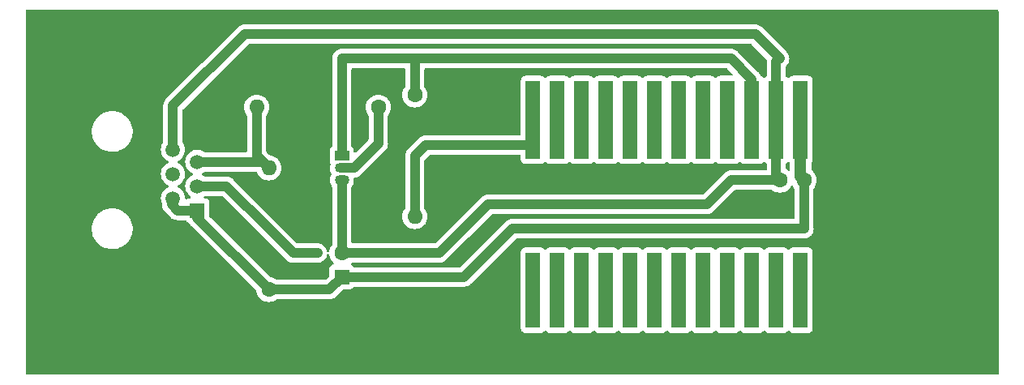
<source format=gbr>
%TF.GenerationSoftware,KiCad,Pcbnew,(6.0.9)*%
%TF.CreationDate,2022-11-19T17:04:49+01:00*%
%TF.ProjectId,esp32_ttgo_capaci,65737033-325f-4747-9467-6f5f63617061,rev?*%
%TF.SameCoordinates,Original*%
%TF.FileFunction,Copper,L1,Top*%
%TF.FilePolarity,Positive*%
%FSLAX46Y46*%
G04 Gerber Fmt 4.6, Leading zero omitted, Abs format (unit mm)*
G04 Created by KiCad (PCBNEW (6.0.9)) date 2022-11-19 17:04:49*
%MOMM*%
%LPD*%
G01*
G04 APERTURE LIST*
%TA.AperFunction,ComponentPad*%
%ADD10O,1.600000X1.600000*%
%TD*%
%TA.AperFunction,ComponentPad*%
%ADD11C,1.600000*%
%TD*%
%TA.AperFunction,ComponentPad*%
%ADD12R,1.600000X1.600000*%
%TD*%
%TA.AperFunction,ComponentPad*%
%ADD13R,1.500000X1.050000*%
%TD*%
%TA.AperFunction,ComponentPad*%
%ADD14O,1.500000X1.050000*%
%TD*%
%TA.AperFunction,ComponentPad*%
%ADD15R,1.524000X3.000000*%
%TD*%
%TA.AperFunction,ComponentPad*%
%ADD16R,1.520000X1.520000*%
%TD*%
%TA.AperFunction,ComponentPad*%
%ADD17C,1.520000*%
%TD*%
%TA.AperFunction,Conductor*%
%ADD18C,1.000000*%
%TD*%
%TA.AperFunction,Conductor*%
%ADD19C,1.200000*%
%TD*%
%TA.AperFunction,Conductor*%
%ADD20C,0.250000*%
%TD*%
G04 APERTURE END LIST*
D10*
%TO.P,R2,2*%
%TO.N,Net-(R2-Pad2)*%
X55880000Y-34290000D03*
D11*
%TO.P,R2,1*%
%TO.N,Net-(Q1-Pad1)*%
X55880000Y-21590000D03*
%TD*%
%TO.P,C2,2*%
%TO.N,GND*%
X94020000Y-30480000D03*
%TO.P,C2,1*%
%TO.N,Net-(J1-Pad1)*%
X96520000Y-30480000D03*
%TD*%
D12*
%TO.P,C1,1*%
%TO.N,Net-(J1-Pad1)*%
X48260000Y-40600000D03*
D11*
%TO.P,C1,2*%
%TO.N,GND*%
X48260000Y-38100000D03*
%TD*%
D13*
%TO.P,Q1,1,C*%
%TO.N,Net-(Q1-Pad1)*%
X48260000Y-27940000D03*
D14*
%TO.P,Q1,2,B*%
%TO.N,Net-(Q1-Pad2)*%
X48260000Y-29210000D03*
%TO.P,Q1,3,E*%
%TO.N,GND*%
X48260000Y-30480000D03*
%TD*%
D11*
%TO.P,R3,1*%
%TO.N,Net-(Q1-Pad2)*%
X52070000Y-22860000D03*
D10*
%TO.P,R3,2*%
%TO.N,Net-(J1-Pad5)*%
X39370000Y-22860000D03*
%TD*%
D15*
%TO.P,MCU1,1,5V*%
%TO.N,Net-(J1-Pad1)*%
X96175000Y-26797000D03*
X96175000Y-21590000D03*
X96175000Y-24257000D03*
%TO.P,MCU1,2,GND*%
%TO.N,GND*%
X93635000Y-26797000D03*
X93635000Y-21590000D03*
X93635000Y-24257000D03*
%TO.P,MCU1,3,GPIO27/ADC17/TOUCH7*%
%TO.N,Net-(Q1-Pad1)*%
X91095000Y-21590000D03*
X91095000Y-26797000D03*
X91095000Y-24257000D03*
%TO.P,MCU1,4,GPIO26/ADC19/DAC2*%
%TO.N,unconnected-(MCU1-Pad4)*%
X88555000Y-26797000D03*
X88555000Y-21590000D03*
X88555000Y-24257000D03*
%TO.P,MCU1,5,GPIO25/ADC18/DAC1*%
%TO.N,unconnected-(MCU1-Pad5)*%
X86015000Y-24257000D03*
X86015000Y-21590000D03*
X86015000Y-26797000D03*
%TO.P,MCU1,6,GPIO33/ADC5/TOUCH8*%
%TO.N,unconnected-(MCU1-Pad6)*%
X83475000Y-26797000D03*
X83475000Y-21590000D03*
X83475000Y-24257000D03*
%TO.P,MCU1,7,GPIO32/ADC4/TOUCH9*%
%TO.N,unconnected-(MCU1-Pad7)*%
X80935000Y-26797000D03*
X80935000Y-21590000D03*
X80935000Y-24257000D03*
%TO.P,MCU1,8,GPIO39/ADC3/SVN*%
%TO.N,unconnected-(MCU1-Pad8)*%
X78395000Y-26797000D03*
X78395000Y-24257000D03*
X78395000Y-21590000D03*
%TO.P,MCU1,9,GPIO38*%
%TO.N,unconnected-(MCU1-Pad9)*%
X75855000Y-21590000D03*
X75855000Y-24257000D03*
X75855000Y-26797000D03*
%TO.P,MCU1,10,GPIO37*%
%TO.N,unconnected-(MCU1-Pad10)*%
X73315000Y-26797000D03*
X73315000Y-24257000D03*
X73315000Y-21590000D03*
%TO.P,MCU1,11,GPIO36/ADC0*%
%TO.N,unconnected-(MCU1-Pad11)*%
X70775000Y-21590000D03*
X70775000Y-26797000D03*
X70775000Y-24257000D03*
%TO.P,MCU1,12,3V3*%
%TO.N,Net-(R2-Pad2)*%
X68235000Y-21590000D03*
X68235000Y-24257000D03*
X68235000Y-26797000D03*
%TO.P,MCU1,13,3V3*%
%TO.N,unconnected-(MCU1-Pad13)*%
X96175000Y-42037000D03*
X96175000Y-39497000D03*
X96175000Y-44450000D03*
%TO.P,MCU1,14,GND*%
%TO.N,unconnected-(MCU1-Pad14)*%
X93635000Y-44450000D03*
X93635000Y-39497000D03*
X93635000Y-42037000D03*
%TO.P,MCU1,15,GND*%
%TO.N,unconnected-(MCU1-Pad15)*%
X91095000Y-44450000D03*
X91095000Y-39497000D03*
X91095000Y-42037000D03*
%TO.P,MCU1,16,GPIO12/ADC15/TOUCH5*%
%TO.N,unconnected-(MCU1-Pad16)*%
X88555000Y-42037000D03*
X88555000Y-39497000D03*
X88555000Y-44450000D03*
%TO.P,MCU1,17,GPIO13/ADC14/TOUCH4*%
%TO.N,unconnected-(MCU1-Pad17)*%
X86015000Y-44450000D03*
X86015000Y-42037000D03*
X86015000Y-39497000D03*
%TO.P,MCU1,18,GPIO15/ADC13/TOUCH3*%
%TO.N,unconnected-(MCU1-Pad18)*%
X83475000Y-44450000D03*
X83475000Y-39497000D03*
X83475000Y-42037000D03*
%TO.P,MCU1,19,GPIO2/ADC12/TOUCH2*%
%TO.N,unconnected-(MCU1-Pad19)*%
X80935000Y-44450000D03*
X80935000Y-39497000D03*
X80935000Y-42037000D03*
%TO.P,MCU1,20,GPIO17*%
%TO.N,unconnected-(MCU1-Pad20)*%
X78395000Y-44450000D03*
X78395000Y-42037000D03*
X78395000Y-39497000D03*
%TO.P,MCU1,21,GPIO22/I2C_SCL*%
%TO.N,unconnected-(MCU1-Pad21)*%
X75855000Y-42037000D03*
X75855000Y-44450000D03*
X75855000Y-39497000D03*
%TO.P,MCU1,22,GPIO21/I2C_SDA*%
%TO.N,unconnected-(MCU1-Pad22)*%
X73315000Y-44450000D03*
X73315000Y-42037000D03*
X73315000Y-39497000D03*
%TO.P,MCU1,23,GND*%
%TO.N,unconnected-(MCU1-Pad23)*%
X70775000Y-42037000D03*
X70775000Y-39497000D03*
X70775000Y-44450000D03*
%TO.P,MCU1,24,GND*%
%TO.N,unconnected-(MCU1-Pad24)*%
X68235000Y-44450000D03*
X68235000Y-39497000D03*
X68235000Y-42037000D03*
%TD*%
D11*
%TO.P,R1,1*%
%TO.N,Net-(J1-Pad1)*%
X40640000Y-41910000D03*
D10*
%TO.P,R1,2*%
%TO.N,Net-(J1-Pad5)*%
X40640000Y-29210000D03*
%TD*%
D16*
%TO.P,J1,1*%
%TO.N,Net-(J1-Pad1)*%
X33170000Y-33650000D03*
D17*
%TO.P,J1,2*%
X30630000Y-32380000D03*
%TO.P,J1,3*%
%TO.N,GND*%
X33170000Y-31110000D03*
%TO.P,J1,4*%
%TO.N,unconnected-(J1-Pad4)*%
X30630000Y-29840000D03*
%TO.P,J1,5*%
%TO.N,Net-(J1-Pad5)*%
X33170000Y-28570000D03*
%TO.P,J1,6*%
%TO.N,GND*%
X30630000Y-27300000D03*
%TD*%
D18*
%TO.N,GND*%
X43180000Y-38100000D02*
X45720000Y-38100000D01*
X40640000Y-35560000D02*
X43180000Y-38100000D01*
X36190000Y-31110000D02*
X40640000Y-35560000D01*
X33170000Y-31110000D02*
X36190000Y-31110000D01*
%TO.N,Net-(Q1-Pad1)*%
X91095000Y-19975000D02*
X88900000Y-17780000D01*
X88900000Y-17780000D02*
X55880000Y-17780000D01*
X91095000Y-21590000D02*
X91095000Y-19975000D01*
%TO.N,GND*%
X93980000Y-17780000D02*
X93635000Y-18125000D01*
X91440000Y-15240000D02*
X93980000Y-17780000D01*
X30630000Y-22710000D02*
X38100000Y-15240000D01*
X30630000Y-27300000D02*
X30630000Y-22710000D01*
X38100000Y-15240000D02*
X91440000Y-15240000D01*
X93635000Y-18125000D02*
X93635000Y-21590000D01*
X93635000Y-30135000D02*
X93980000Y-30480000D01*
X93635000Y-26797000D02*
X93635000Y-30135000D01*
%TO.N,Net-(R2-Pad2)*%
X57023000Y-26797000D02*
X68235000Y-26797000D01*
X55880000Y-27940000D02*
X57023000Y-26797000D01*
X55880000Y-34290000D02*
X55880000Y-27940000D01*
%TO.N,GND*%
X63500000Y-33020000D02*
X58420000Y-38100000D01*
X58420000Y-38100000D02*
X48260000Y-38100000D01*
X86360000Y-33020000D02*
X63500000Y-33020000D01*
X88900000Y-30480000D02*
X86360000Y-33020000D01*
X94020000Y-30480000D02*
X88900000Y-30480000D01*
%TO.N,Net-(J1-Pad1)*%
X96520000Y-30480000D02*
X96175000Y-30135000D01*
X96520000Y-35560000D02*
X96520000Y-30480000D01*
X61000000Y-40600000D02*
X63500000Y-38100000D01*
X66040000Y-35560000D02*
X96520000Y-35560000D01*
X63500000Y-38100000D02*
X66040000Y-35560000D01*
X48260000Y-40600000D02*
X61000000Y-40600000D01*
X46950000Y-41910000D02*
X48260000Y-40600000D01*
X40640000Y-41910000D02*
X46950000Y-41910000D01*
%TO.N,GND*%
X48260000Y-30480000D02*
X48260000Y-38100000D01*
%TO.N,Net-(Q1-Pad2)*%
X49530000Y-29210000D02*
X52070000Y-26670000D01*
X52070000Y-26670000D02*
X52070000Y-22860000D01*
X48260000Y-29210000D02*
X49530000Y-29210000D01*
%TO.N,Net-(Q1-Pad1)*%
X48260000Y-17780000D02*
X55880000Y-17780000D01*
X55880000Y-17780000D02*
X55880000Y-21590000D01*
X48260000Y-27940000D02*
X48260000Y-17780000D01*
%TO.N,Net-(J1-Pad5)*%
X39370000Y-27940000D02*
X40640000Y-29210000D01*
X39370000Y-22860000D02*
X39370000Y-27940000D01*
%TO.N,Net-(J1-Pad1)*%
X33170000Y-34440000D02*
X40640000Y-41910000D01*
X33170000Y-33650000D02*
X33170000Y-34440000D01*
X30480000Y-33020000D02*
X30480000Y-32530000D01*
X31110000Y-33650000D02*
X30480000Y-33020000D01*
X33170000Y-33650000D02*
X31110000Y-33650000D01*
X30480000Y-32530000D02*
X30630000Y-32380000D01*
%TO.N,Net-(J1-Pad5)*%
X40000000Y-28570000D02*
X40640000Y-29210000D01*
X33170000Y-28570000D02*
X40000000Y-28570000D01*
D19*
%TO.N,Net-(J1-Pad1)*%
X96175000Y-26797000D02*
X96175000Y-30135000D01*
D20*
%TO.N,unconnected-(MCU1-Pad5)*%
X86432000Y-25527000D02*
X86432000Y-23912000D01*
%TD*%
%TA.AperFunction,NonConductor*%
G36*
X94994145Y-28588187D02*
G01*
X95005819Y-28601659D01*
X95041328Y-28649038D01*
X95066174Y-28715543D01*
X95066500Y-28724601D01*
X95066500Y-29373886D01*
X95046498Y-29442007D01*
X94992842Y-29488500D01*
X94922568Y-29498604D01*
X94864968Y-29472848D01*
X94864300Y-29473802D01*
X94697229Y-29356817D01*
X94652901Y-29301360D01*
X94643500Y-29253604D01*
X94643500Y-28810796D01*
X94663502Y-28742675D01*
X94693935Y-28709970D01*
X94753080Y-28665643D01*
X94753081Y-28665642D01*
X94760261Y-28660261D01*
X94804174Y-28601668D01*
X94861033Y-28559153D01*
X94931852Y-28554127D01*
X94994145Y-28588187D01*
G37*
%TD.AperFunction*%
%TA.AperFunction,NonConductor*%
G36*
X54813621Y-18808502D02*
G01*
X54860114Y-18862158D01*
X54871500Y-18914500D01*
X54871500Y-20709260D01*
X54848713Y-20781531D01*
X54742477Y-20933251D01*
X54740154Y-20938233D01*
X54740151Y-20938238D01*
X54648039Y-21135775D01*
X54645716Y-21140757D01*
X54586457Y-21361913D01*
X54566502Y-21590000D01*
X54586457Y-21818087D01*
X54587881Y-21823400D01*
X54587881Y-21823402D01*
X54642804Y-22028374D01*
X54645716Y-22039243D01*
X54648039Y-22044224D01*
X54648039Y-22044225D01*
X54740151Y-22241762D01*
X54740154Y-22241767D01*
X54742477Y-22246749D01*
X54791259Y-22316417D01*
X54856823Y-22410051D01*
X54873802Y-22434300D01*
X55035700Y-22596198D01*
X55040208Y-22599355D01*
X55040211Y-22599357D01*
X55086706Y-22631913D01*
X55223251Y-22727523D01*
X55228233Y-22729846D01*
X55228238Y-22729849D01*
X55425775Y-22821961D01*
X55430757Y-22824284D01*
X55436065Y-22825706D01*
X55436067Y-22825707D01*
X55646598Y-22882119D01*
X55646600Y-22882119D01*
X55651913Y-22883543D01*
X55880000Y-22903498D01*
X56108087Y-22883543D01*
X56113400Y-22882119D01*
X56113402Y-22882119D01*
X56323933Y-22825707D01*
X56323935Y-22825706D01*
X56329243Y-22824284D01*
X56334225Y-22821961D01*
X56531762Y-22729849D01*
X56531767Y-22729846D01*
X56536749Y-22727523D01*
X56673294Y-22631913D01*
X56719789Y-22599357D01*
X56719792Y-22599355D01*
X56724300Y-22596198D01*
X56886198Y-22434300D01*
X56903178Y-22410051D01*
X56968741Y-22316417D01*
X57017523Y-22246749D01*
X57019846Y-22241767D01*
X57019849Y-22241762D01*
X57111961Y-22044225D01*
X57111961Y-22044224D01*
X57114284Y-22039243D01*
X57117197Y-22028374D01*
X57172119Y-21823402D01*
X57172119Y-21823400D01*
X57173543Y-21818087D01*
X57193498Y-21590000D01*
X57173543Y-21361913D01*
X57114284Y-21140757D01*
X57111961Y-21135775D01*
X57019849Y-20938238D01*
X57019846Y-20938233D01*
X57017523Y-20933251D01*
X56911287Y-20781531D01*
X56888500Y-20709260D01*
X56888500Y-18914500D01*
X56908502Y-18846379D01*
X56962158Y-18799886D01*
X57014500Y-18788500D01*
X88430075Y-18788500D01*
X88498196Y-18808502D01*
X88519170Y-18825405D01*
X89060170Y-19366405D01*
X89094196Y-19428717D01*
X89089131Y-19499532D01*
X89046584Y-19556368D01*
X88980064Y-19581179D01*
X88971075Y-19581500D01*
X87744866Y-19581500D01*
X87682684Y-19588255D01*
X87546295Y-19639385D01*
X87429739Y-19726739D01*
X87424358Y-19733919D01*
X87385826Y-19785332D01*
X87328967Y-19827847D01*
X87258148Y-19832873D01*
X87195855Y-19798813D01*
X87184174Y-19785332D01*
X87145642Y-19733919D01*
X87140261Y-19726739D01*
X87023705Y-19639385D01*
X86887316Y-19588255D01*
X86825134Y-19581500D01*
X85204866Y-19581500D01*
X85142684Y-19588255D01*
X85006295Y-19639385D01*
X84889739Y-19726739D01*
X84884358Y-19733919D01*
X84845826Y-19785332D01*
X84788967Y-19827847D01*
X84718148Y-19832873D01*
X84655855Y-19798813D01*
X84644174Y-19785332D01*
X84605642Y-19733919D01*
X84600261Y-19726739D01*
X84483705Y-19639385D01*
X84347316Y-19588255D01*
X84285134Y-19581500D01*
X82664866Y-19581500D01*
X82602684Y-19588255D01*
X82466295Y-19639385D01*
X82349739Y-19726739D01*
X82344358Y-19733919D01*
X82305826Y-19785332D01*
X82248967Y-19827847D01*
X82178148Y-19832873D01*
X82115855Y-19798813D01*
X82104174Y-19785332D01*
X82065642Y-19733919D01*
X82060261Y-19726739D01*
X81943705Y-19639385D01*
X81807316Y-19588255D01*
X81745134Y-19581500D01*
X80124866Y-19581500D01*
X80062684Y-19588255D01*
X79926295Y-19639385D01*
X79809739Y-19726739D01*
X79804358Y-19733919D01*
X79765826Y-19785332D01*
X79708967Y-19827847D01*
X79638148Y-19832873D01*
X79575855Y-19798813D01*
X79564174Y-19785332D01*
X79525642Y-19733919D01*
X79520261Y-19726739D01*
X79403705Y-19639385D01*
X79267316Y-19588255D01*
X79205134Y-19581500D01*
X77584866Y-19581500D01*
X77522684Y-19588255D01*
X77386295Y-19639385D01*
X77269739Y-19726739D01*
X77264358Y-19733919D01*
X77225826Y-19785332D01*
X77168967Y-19827847D01*
X77098148Y-19832873D01*
X77035855Y-19798813D01*
X77024174Y-19785332D01*
X76985642Y-19733919D01*
X76980261Y-19726739D01*
X76863705Y-19639385D01*
X76727316Y-19588255D01*
X76665134Y-19581500D01*
X75044866Y-19581500D01*
X74982684Y-19588255D01*
X74846295Y-19639385D01*
X74729739Y-19726739D01*
X74724358Y-19733919D01*
X74685826Y-19785332D01*
X74628967Y-19827847D01*
X74558148Y-19832873D01*
X74495855Y-19798813D01*
X74484174Y-19785332D01*
X74445642Y-19733919D01*
X74440261Y-19726739D01*
X74323705Y-19639385D01*
X74187316Y-19588255D01*
X74125134Y-19581500D01*
X72504866Y-19581500D01*
X72442684Y-19588255D01*
X72306295Y-19639385D01*
X72189739Y-19726739D01*
X72184358Y-19733919D01*
X72145826Y-19785332D01*
X72088967Y-19827847D01*
X72018148Y-19832873D01*
X71955855Y-19798813D01*
X71944174Y-19785332D01*
X71905642Y-19733919D01*
X71900261Y-19726739D01*
X71783705Y-19639385D01*
X71647316Y-19588255D01*
X71585134Y-19581500D01*
X69964866Y-19581500D01*
X69902684Y-19588255D01*
X69766295Y-19639385D01*
X69649739Y-19726739D01*
X69644358Y-19733919D01*
X69605826Y-19785332D01*
X69548967Y-19827847D01*
X69478148Y-19832873D01*
X69415855Y-19798813D01*
X69404174Y-19785332D01*
X69365642Y-19733919D01*
X69360261Y-19726739D01*
X69243705Y-19639385D01*
X69107316Y-19588255D01*
X69045134Y-19581500D01*
X67424866Y-19581500D01*
X67362684Y-19588255D01*
X67226295Y-19639385D01*
X67109739Y-19726739D01*
X67022385Y-19843295D01*
X66971255Y-19979684D01*
X66964500Y-20041866D01*
X66964500Y-25662500D01*
X66944498Y-25730621D01*
X66890842Y-25777114D01*
X66838500Y-25788500D01*
X57084842Y-25788500D01*
X57071235Y-25787763D01*
X57039737Y-25784341D01*
X57039732Y-25784341D01*
X57033611Y-25783676D01*
X57015611Y-25785251D01*
X56983609Y-25788050D01*
X56978784Y-25788379D01*
X56976313Y-25788500D01*
X56973231Y-25788500D01*
X56950763Y-25790703D01*
X56930489Y-25792691D01*
X56929174Y-25792813D01*
X56896913Y-25795636D01*
X56836587Y-25800913D01*
X56831468Y-25802400D01*
X56826167Y-25802920D01*
X56737166Y-25829791D01*
X56736033Y-25830126D01*
X56652586Y-25854370D01*
X56652582Y-25854372D01*
X56646664Y-25856091D01*
X56641932Y-25858544D01*
X56636831Y-25860084D01*
X56631388Y-25862978D01*
X56554740Y-25903731D01*
X56553574Y-25904343D01*
X56476547Y-25944271D01*
X56471074Y-25947108D01*
X56466911Y-25950431D01*
X56462204Y-25952934D01*
X56390082Y-26011755D01*
X56389226Y-26012446D01*
X56350027Y-26043738D01*
X56347523Y-26046242D01*
X56346805Y-26046884D01*
X56342472Y-26050585D01*
X56308938Y-26077935D01*
X56305011Y-26082682D01*
X56305009Y-26082684D01*
X56279713Y-26113262D01*
X56271723Y-26122042D01*
X55210621Y-27183145D01*
X55200478Y-27192247D01*
X55170975Y-27215968D01*
X55156236Y-27233533D01*
X55138709Y-27254421D01*
X55135528Y-27258069D01*
X55133885Y-27259881D01*
X55131691Y-27262075D01*
X55104358Y-27295349D01*
X55103696Y-27296147D01*
X55043846Y-27367474D01*
X55041278Y-27372144D01*
X55037897Y-27376261D01*
X55010771Y-27426851D01*
X54994023Y-27458086D01*
X54993394Y-27459245D01*
X54951538Y-27535381D01*
X54951535Y-27535389D01*
X54948567Y-27540787D01*
X54946955Y-27545869D01*
X54944438Y-27550563D01*
X54917238Y-27639531D01*
X54916918Y-27640559D01*
X54888765Y-27729306D01*
X54888171Y-27734602D01*
X54886613Y-27739698D01*
X54878304Y-27821498D01*
X54877218Y-27832187D01*
X54877089Y-27833393D01*
X54871500Y-27883227D01*
X54871500Y-27886754D01*
X54871445Y-27887739D01*
X54870998Y-27893419D01*
X54866626Y-27936462D01*
X54867206Y-27942593D01*
X54870941Y-27982109D01*
X54871500Y-27993967D01*
X54871500Y-33409260D01*
X54848713Y-33481531D01*
X54742477Y-33633251D01*
X54740154Y-33638233D01*
X54740151Y-33638238D01*
X54648039Y-33835775D01*
X54645716Y-33840757D01*
X54644294Y-33846065D01*
X54644293Y-33846067D01*
X54594261Y-34032787D01*
X54586457Y-34061913D01*
X54566502Y-34290000D01*
X54586457Y-34518087D01*
X54587881Y-34523400D01*
X54587881Y-34523402D01*
X54638800Y-34713431D01*
X54645716Y-34739243D01*
X54648039Y-34744224D01*
X54648039Y-34744225D01*
X54740151Y-34941762D01*
X54740154Y-34941767D01*
X54742477Y-34946749D01*
X54780033Y-35000384D01*
X54861125Y-35116195D01*
X54873802Y-35134300D01*
X55035700Y-35296198D01*
X55040208Y-35299355D01*
X55040211Y-35299357D01*
X55118389Y-35354098D01*
X55223251Y-35427523D01*
X55228233Y-35429846D01*
X55228238Y-35429849D01*
X55395857Y-35508010D01*
X55430757Y-35524284D01*
X55436065Y-35525706D01*
X55436067Y-35525707D01*
X55646598Y-35582119D01*
X55646600Y-35582119D01*
X55651913Y-35583543D01*
X55880000Y-35603498D01*
X56108087Y-35583543D01*
X56113400Y-35582119D01*
X56113402Y-35582119D01*
X56323933Y-35525707D01*
X56323935Y-35525706D01*
X56329243Y-35524284D01*
X56364143Y-35508010D01*
X56531762Y-35429849D01*
X56531767Y-35429846D01*
X56536749Y-35427523D01*
X56641611Y-35354098D01*
X56719789Y-35299357D01*
X56719792Y-35299355D01*
X56724300Y-35296198D01*
X56886198Y-35134300D01*
X56898876Y-35116195D01*
X56979967Y-35000384D01*
X57017523Y-34946749D01*
X57019846Y-34941767D01*
X57019849Y-34941762D01*
X57111961Y-34744225D01*
X57111961Y-34744224D01*
X57114284Y-34739243D01*
X57121201Y-34713431D01*
X57172119Y-34523402D01*
X57172119Y-34523400D01*
X57173543Y-34518087D01*
X57193498Y-34290000D01*
X57173543Y-34061913D01*
X57165739Y-34032787D01*
X57115707Y-33846067D01*
X57115706Y-33846065D01*
X57114284Y-33840757D01*
X57111961Y-33835775D01*
X57019849Y-33638238D01*
X57019846Y-33638233D01*
X57017523Y-33633251D01*
X56911287Y-33481531D01*
X56888500Y-33409260D01*
X56888500Y-28409926D01*
X56908502Y-28341805D01*
X56925404Y-28320831D01*
X57403829Y-27842405D01*
X57466142Y-27808380D01*
X57492925Y-27805500D01*
X66838500Y-27805500D01*
X66906621Y-27825502D01*
X66953114Y-27879158D01*
X66964500Y-27931500D01*
X66964500Y-28345134D01*
X66971255Y-28407316D01*
X67022385Y-28543705D01*
X67109739Y-28660261D01*
X67226295Y-28747615D01*
X67362684Y-28798745D01*
X67424866Y-28805500D01*
X69045134Y-28805500D01*
X69107316Y-28798745D01*
X69243705Y-28747615D01*
X69360261Y-28660261D01*
X69404174Y-28601668D01*
X69461033Y-28559153D01*
X69531852Y-28554127D01*
X69594145Y-28588187D01*
X69605825Y-28601667D01*
X69649739Y-28660261D01*
X69766295Y-28747615D01*
X69902684Y-28798745D01*
X69964866Y-28805500D01*
X71585134Y-28805500D01*
X71647316Y-28798745D01*
X71783705Y-28747615D01*
X71900261Y-28660261D01*
X71944174Y-28601668D01*
X72001033Y-28559153D01*
X72071852Y-28554127D01*
X72134145Y-28588187D01*
X72145825Y-28601667D01*
X72189739Y-28660261D01*
X72306295Y-28747615D01*
X72442684Y-28798745D01*
X72504866Y-28805500D01*
X74125134Y-28805500D01*
X74187316Y-28798745D01*
X74323705Y-28747615D01*
X74440261Y-28660261D01*
X74484174Y-28601668D01*
X74541033Y-28559153D01*
X74611852Y-28554127D01*
X74674145Y-28588187D01*
X74685825Y-28601667D01*
X74729739Y-28660261D01*
X74846295Y-28747615D01*
X74982684Y-28798745D01*
X75044866Y-28805500D01*
X76665134Y-28805500D01*
X76727316Y-28798745D01*
X76863705Y-28747615D01*
X76980261Y-28660261D01*
X77024174Y-28601668D01*
X77081033Y-28559153D01*
X77151852Y-28554127D01*
X77214145Y-28588187D01*
X77225825Y-28601667D01*
X77269739Y-28660261D01*
X77386295Y-28747615D01*
X77522684Y-28798745D01*
X77584866Y-28805500D01*
X79205134Y-28805500D01*
X79267316Y-28798745D01*
X79403705Y-28747615D01*
X79520261Y-28660261D01*
X79564174Y-28601668D01*
X79621033Y-28559153D01*
X79691852Y-28554127D01*
X79754145Y-28588187D01*
X79765825Y-28601667D01*
X79809739Y-28660261D01*
X79926295Y-28747615D01*
X80062684Y-28798745D01*
X80124866Y-28805500D01*
X81745134Y-28805500D01*
X81807316Y-28798745D01*
X81943705Y-28747615D01*
X82060261Y-28660261D01*
X82104174Y-28601668D01*
X82161033Y-28559153D01*
X82231852Y-28554127D01*
X82294145Y-28588187D01*
X82305825Y-28601667D01*
X82349739Y-28660261D01*
X82466295Y-28747615D01*
X82602684Y-28798745D01*
X82664866Y-28805500D01*
X84285134Y-28805500D01*
X84347316Y-28798745D01*
X84483705Y-28747615D01*
X84600261Y-28660261D01*
X84644174Y-28601668D01*
X84701033Y-28559153D01*
X84771852Y-28554127D01*
X84834145Y-28588187D01*
X84845825Y-28601667D01*
X84889739Y-28660261D01*
X85006295Y-28747615D01*
X85142684Y-28798745D01*
X85204866Y-28805500D01*
X86825134Y-28805500D01*
X86887316Y-28798745D01*
X87023705Y-28747615D01*
X87140261Y-28660261D01*
X87184174Y-28601668D01*
X87241033Y-28559153D01*
X87311852Y-28554127D01*
X87374145Y-28588187D01*
X87385825Y-28601667D01*
X87429739Y-28660261D01*
X87546295Y-28747615D01*
X87682684Y-28798745D01*
X87744866Y-28805500D01*
X89365134Y-28805500D01*
X89427316Y-28798745D01*
X89563705Y-28747615D01*
X89680261Y-28660261D01*
X89724174Y-28601668D01*
X89781033Y-28559153D01*
X89851852Y-28554127D01*
X89914145Y-28588187D01*
X89925825Y-28601667D01*
X89969739Y-28660261D01*
X90086295Y-28747615D01*
X90222684Y-28798745D01*
X90284866Y-28805500D01*
X91905134Y-28805500D01*
X91967316Y-28798745D01*
X92103705Y-28747615D01*
X92220261Y-28660261D01*
X92264174Y-28601668D01*
X92321033Y-28559153D01*
X92391852Y-28554127D01*
X92454145Y-28588187D01*
X92465825Y-28601667D01*
X92509739Y-28660261D01*
X92516919Y-28665642D01*
X92516920Y-28665643D01*
X92576065Y-28709970D01*
X92618580Y-28766830D01*
X92626500Y-28810796D01*
X92626500Y-29345500D01*
X92606498Y-29413621D01*
X92552842Y-29460114D01*
X92500500Y-29471500D01*
X88961840Y-29471500D01*
X88948232Y-29470763D01*
X88916736Y-29467341D01*
X88916732Y-29467341D01*
X88910611Y-29466676D01*
X88892611Y-29468251D01*
X88860609Y-29471050D01*
X88855784Y-29471379D01*
X88853313Y-29471500D01*
X88850231Y-29471500D01*
X88827763Y-29473703D01*
X88807489Y-29475691D01*
X88806174Y-29475813D01*
X88773913Y-29478636D01*
X88713587Y-29483913D01*
X88708468Y-29485400D01*
X88703167Y-29485920D01*
X88614133Y-29512801D01*
X88613000Y-29513136D01*
X88529578Y-29537373D01*
X88529574Y-29537375D01*
X88523663Y-29539092D01*
X88518934Y-29541543D01*
X88513831Y-29543084D01*
X88431669Y-29586770D01*
X88430627Y-29587317D01*
X88353545Y-29627272D01*
X88348074Y-29630108D01*
X88343911Y-29633431D01*
X88339204Y-29635934D01*
X88334430Y-29639828D01*
X88334428Y-29639829D01*
X88267105Y-29694737D01*
X88266160Y-29695500D01*
X88227027Y-29726739D01*
X88224536Y-29729230D01*
X88223809Y-29729880D01*
X88219463Y-29733592D01*
X88200588Y-29748987D01*
X88185938Y-29760935D01*
X88182015Y-29765677D01*
X88182013Y-29765679D01*
X88156703Y-29796273D01*
X88148713Y-29805053D01*
X85979171Y-31974595D01*
X85916859Y-32008621D01*
X85890076Y-32011500D01*
X63561843Y-32011500D01*
X63548236Y-32010763D01*
X63516738Y-32007341D01*
X63516733Y-32007341D01*
X63510612Y-32006676D01*
X63484362Y-32008973D01*
X63460612Y-32011050D01*
X63455786Y-32011379D01*
X63453314Y-32011500D01*
X63450231Y-32011500D01*
X63438262Y-32012674D01*
X63407494Y-32015690D01*
X63406181Y-32015812D01*
X63361916Y-32019685D01*
X63313587Y-32023913D01*
X63308468Y-32025400D01*
X63303167Y-32025920D01*
X63214166Y-32052791D01*
X63213033Y-32053126D01*
X63129586Y-32077370D01*
X63129582Y-32077372D01*
X63123664Y-32079091D01*
X63118932Y-32081544D01*
X63113831Y-32083084D01*
X63108388Y-32085978D01*
X63031740Y-32126731D01*
X63030574Y-32127343D01*
X62969723Y-32158886D01*
X62948074Y-32170108D01*
X62943911Y-32173431D01*
X62939204Y-32175934D01*
X62867082Y-32234755D01*
X62866226Y-32235446D01*
X62827027Y-32266738D01*
X62824523Y-32269242D01*
X62823805Y-32269884D01*
X62819472Y-32273585D01*
X62785938Y-32300935D01*
X62782011Y-32305682D01*
X62782009Y-32305684D01*
X62756713Y-32336262D01*
X62748723Y-32345042D01*
X60377832Y-34715934D01*
X58039171Y-37054595D01*
X57976859Y-37088621D01*
X57950076Y-37091500D01*
X49394500Y-37091500D01*
X49326379Y-37071498D01*
X49279886Y-37017842D01*
X49268500Y-36965500D01*
X49268500Y-31199713D01*
X49288502Y-31131592D01*
X49297415Y-31119398D01*
X49300661Y-31115475D01*
X49318481Y-31093934D01*
X49342027Y-31065472D01*
X49342029Y-31065469D01*
X49345956Y-31060722D01*
X49442356Y-30882435D01*
X49496326Y-30708087D01*
X49500468Y-30694707D01*
X49500469Y-30694704D01*
X49502290Y-30688820D01*
X49523476Y-30487250D01*
X49511074Y-30350975D01*
X49524819Y-30281321D01*
X49574040Y-30230157D01*
X49625574Y-30214034D01*
X49716413Y-30206087D01*
X49721532Y-30204600D01*
X49726833Y-30204080D01*
X49815834Y-30177209D01*
X49816967Y-30176874D01*
X49900414Y-30152630D01*
X49900418Y-30152628D01*
X49906336Y-30150909D01*
X49911068Y-30148456D01*
X49916169Y-30146916D01*
X49939406Y-30134561D01*
X49998260Y-30103269D01*
X49999426Y-30102657D01*
X50076453Y-30062729D01*
X50081926Y-30059892D01*
X50086089Y-30056569D01*
X50090796Y-30054066D01*
X50162918Y-29995245D01*
X50163774Y-29994554D01*
X50202973Y-29963262D01*
X50205477Y-29960758D01*
X50206195Y-29960116D01*
X50210528Y-29956415D01*
X50244062Y-29929065D01*
X50256983Y-29913447D01*
X50273287Y-29893738D01*
X50281277Y-29884958D01*
X52739384Y-27426851D01*
X52749527Y-27417749D01*
X52774218Y-27397897D01*
X52779025Y-27394032D01*
X52811312Y-27355554D01*
X52814467Y-27351938D01*
X52816123Y-27350112D01*
X52818309Y-27347926D01*
X52820264Y-27345546D01*
X52820273Y-27345536D01*
X52845576Y-27314732D01*
X52846418Y-27313717D01*
X52902194Y-27247245D01*
X52906154Y-27242526D01*
X52908723Y-27237852D01*
X52912102Y-27233739D01*
X52955975Y-27151915D01*
X52956584Y-27150793D01*
X52998464Y-27074614D01*
X52998465Y-27074612D01*
X53001433Y-27069213D01*
X53003045Y-27064131D01*
X53005562Y-27059437D01*
X53032762Y-26970469D01*
X53033108Y-26969358D01*
X53051876Y-26910198D01*
X53061235Y-26880694D01*
X53061829Y-26875398D01*
X53063387Y-26870302D01*
X53072790Y-26777743D01*
X53072911Y-26776607D01*
X53078500Y-26726773D01*
X53078500Y-26723246D01*
X53078555Y-26722261D01*
X53079002Y-26716581D01*
X53083374Y-26673538D01*
X53079059Y-26627891D01*
X53078500Y-26616033D01*
X53078500Y-23740740D01*
X53101287Y-23668469D01*
X53159721Y-23585017D01*
X53207523Y-23516749D01*
X53209846Y-23511767D01*
X53209849Y-23511762D01*
X53301961Y-23314225D01*
X53301961Y-23314224D01*
X53304284Y-23309243D01*
X53311850Y-23281009D01*
X53362119Y-23093402D01*
X53362119Y-23093400D01*
X53363543Y-23088087D01*
X53383498Y-22860000D01*
X53363543Y-22631913D01*
X53362119Y-22626598D01*
X53305707Y-22416067D01*
X53305706Y-22416065D01*
X53304284Y-22410757D01*
X53264974Y-22326456D01*
X53209849Y-22208238D01*
X53209846Y-22208233D01*
X53207523Y-22203251D01*
X53110849Y-22065186D01*
X53079357Y-22020211D01*
X53079355Y-22020208D01*
X53076198Y-22015700D01*
X52914300Y-21853802D01*
X52909792Y-21850645D01*
X52909789Y-21850643D01*
X52831611Y-21795902D01*
X52726749Y-21722477D01*
X52721767Y-21720154D01*
X52721762Y-21720151D01*
X52524225Y-21628039D01*
X52524224Y-21628039D01*
X52519243Y-21625716D01*
X52513935Y-21624294D01*
X52513933Y-21624293D01*
X52303402Y-21567881D01*
X52303400Y-21567881D01*
X52298087Y-21566457D01*
X52070000Y-21546502D01*
X51841913Y-21566457D01*
X51836600Y-21567881D01*
X51836598Y-21567881D01*
X51626067Y-21624293D01*
X51626065Y-21624294D01*
X51620757Y-21625716D01*
X51615776Y-21628039D01*
X51615775Y-21628039D01*
X51418238Y-21720151D01*
X51418233Y-21720154D01*
X51413251Y-21722477D01*
X51308389Y-21795902D01*
X51230211Y-21850643D01*
X51230208Y-21850645D01*
X51225700Y-21853802D01*
X51063802Y-22015700D01*
X51060645Y-22020208D01*
X51060643Y-22020211D01*
X51029151Y-22065186D01*
X50932477Y-22203251D01*
X50930154Y-22208233D01*
X50930151Y-22208238D01*
X50875026Y-22326456D01*
X50835716Y-22410757D01*
X50834294Y-22416065D01*
X50834293Y-22416067D01*
X50777881Y-22626598D01*
X50776457Y-22631913D01*
X50756502Y-22860000D01*
X50776457Y-23088087D01*
X50777881Y-23093400D01*
X50777881Y-23093402D01*
X50828151Y-23281009D01*
X50835716Y-23309243D01*
X50838039Y-23314224D01*
X50838039Y-23314225D01*
X50930151Y-23511762D01*
X50930154Y-23511767D01*
X50932477Y-23516749D01*
X50980279Y-23585017D01*
X51038713Y-23668469D01*
X51061500Y-23740740D01*
X51061500Y-26200076D01*
X51041498Y-26268197D01*
X51024595Y-26289171D01*
X49733595Y-27580171D01*
X49671283Y-27614197D01*
X49600468Y-27609132D01*
X49543632Y-27566585D01*
X49518821Y-27500065D01*
X49518500Y-27491076D01*
X49518500Y-27366866D01*
X49511745Y-27304684D01*
X49460615Y-27168295D01*
X49373261Y-27051739D01*
X49318935Y-27011024D01*
X49276420Y-26954165D01*
X49268500Y-26910198D01*
X49268500Y-18914500D01*
X49288502Y-18846379D01*
X49342158Y-18799886D01*
X49394500Y-18788500D01*
X54745500Y-18788500D01*
X54813621Y-18808502D01*
G37*
%TD.AperFunction*%
%TA.AperFunction,NonConductor*%
G36*
X91038196Y-16268502D02*
G01*
X91059170Y-16285405D01*
X92604549Y-17830784D01*
X92638575Y-17893096D01*
X92640809Y-17932612D01*
X92632218Y-18017187D01*
X92632089Y-18018393D01*
X92626500Y-18068227D01*
X92626500Y-18071754D01*
X92626445Y-18072739D01*
X92625998Y-18078419D01*
X92621626Y-18121462D01*
X92622206Y-18127593D01*
X92625941Y-18167109D01*
X92626500Y-18178967D01*
X92626500Y-19576204D01*
X92606498Y-19644325D01*
X92576065Y-19677030D01*
X92509739Y-19726739D01*
X92504358Y-19733919D01*
X92465826Y-19785332D01*
X92408967Y-19827847D01*
X92338148Y-19832873D01*
X92275855Y-19798813D01*
X92264174Y-19785332D01*
X92225642Y-19733919D01*
X92220261Y-19726739D01*
X92103705Y-19639385D01*
X92095296Y-19636233D01*
X92095295Y-19636232D01*
X92092257Y-19635093D01*
X92089682Y-19633159D01*
X92087425Y-19631923D01*
X92087603Y-19631597D01*
X92035492Y-19592452D01*
X92025234Y-19576263D01*
X91988269Y-19506740D01*
X91987657Y-19505574D01*
X91947729Y-19428547D01*
X91944892Y-19423074D01*
X91941569Y-19418911D01*
X91939066Y-19414204D01*
X91880261Y-19342102D01*
X91879433Y-19341075D01*
X91850469Y-19304792D01*
X91850464Y-19304787D01*
X91848262Y-19302028D01*
X91845761Y-19299527D01*
X91845119Y-19298809D01*
X91841406Y-19294461D01*
X91833642Y-19284941D01*
X91814065Y-19260938D01*
X91809323Y-19257015D01*
X91809321Y-19257013D01*
X91778727Y-19231703D01*
X91769947Y-19223713D01*
X89656855Y-17110621D01*
X89647753Y-17100478D01*
X89627897Y-17075782D01*
X89624032Y-17070975D01*
X89585578Y-17038708D01*
X89581931Y-17035528D01*
X89580119Y-17033885D01*
X89577925Y-17031691D01*
X89544651Y-17004358D01*
X89543853Y-17003696D01*
X89472526Y-16943846D01*
X89467856Y-16941278D01*
X89463739Y-16937897D01*
X89381914Y-16894023D01*
X89380755Y-16893394D01*
X89304619Y-16851538D01*
X89304611Y-16851535D01*
X89299213Y-16848567D01*
X89294131Y-16846955D01*
X89289437Y-16844438D01*
X89200469Y-16817238D01*
X89199441Y-16816918D01*
X89110694Y-16788765D01*
X89105398Y-16788171D01*
X89100302Y-16786613D01*
X89007743Y-16777210D01*
X89006607Y-16777089D01*
X88972992Y-16773319D01*
X88960270Y-16771892D01*
X88960266Y-16771892D01*
X88956773Y-16771500D01*
X88953246Y-16771500D01*
X88952261Y-16771445D01*
X88946581Y-16770998D01*
X88917175Y-16768011D01*
X88909663Y-16767248D01*
X88909661Y-16767248D01*
X88903538Y-16766626D01*
X88861259Y-16770623D01*
X88857891Y-16770941D01*
X88846033Y-16771500D01*
X55939873Y-16771500D01*
X55926703Y-16770810D01*
X55893204Y-16767289D01*
X55893202Y-16767289D01*
X55887075Y-16766645D01*
X55839430Y-16770981D01*
X55828010Y-16771500D01*
X48319873Y-16771500D01*
X48306703Y-16770810D01*
X48273204Y-16767289D01*
X48273202Y-16767289D01*
X48267075Y-16766645D01*
X48216827Y-16771218D01*
X48212793Y-16771500D01*
X48210231Y-16771500D01*
X48207173Y-16771800D01*
X48207169Y-16771800D01*
X48165404Y-16775895D01*
X48164529Y-16775977D01*
X48152432Y-16777078D01*
X48070112Y-16784570D01*
X48066703Y-16785573D01*
X48063167Y-16785920D01*
X47972279Y-16813361D01*
X47971610Y-16813561D01*
X47880381Y-16840410D01*
X47877228Y-16842058D01*
X47873831Y-16843084D01*
X47868401Y-16845971D01*
X47868399Y-16845972D01*
X47862650Y-16849029D01*
X47789899Y-16887711D01*
X47789319Y-16888016D01*
X47705110Y-16932040D01*
X47702342Y-16934265D01*
X47699204Y-16935934D01*
X47694426Y-16939831D01*
X47625628Y-16995941D01*
X47624944Y-16996494D01*
X47555782Y-17052102D01*
X47555776Y-17052108D01*
X47550975Y-17055968D01*
X47548692Y-17058689D01*
X47545938Y-17060935D01*
X47542011Y-17065682D01*
X47542009Y-17065684D01*
X47518627Y-17093949D01*
X47505529Y-17109782D01*
X47485441Y-17134064D01*
X47484935Y-17134671D01*
X47423846Y-17207474D01*
X47422134Y-17210589D01*
X47419870Y-17213325D01*
X47416939Y-17218746D01*
X47374700Y-17296865D01*
X47374298Y-17297603D01*
X47328567Y-17380787D01*
X47327494Y-17384170D01*
X47325802Y-17387299D01*
X47322767Y-17397104D01*
X47297725Y-17478002D01*
X47297468Y-17478822D01*
X47268765Y-17569306D01*
X47268369Y-17572837D01*
X47267318Y-17576232D01*
X47264849Y-17599724D01*
X47257396Y-17670638D01*
X47257311Y-17671421D01*
X47251500Y-17723227D01*
X47251500Y-17725800D01*
X47251180Y-17729776D01*
X47246645Y-17772925D01*
X47247204Y-17779065D01*
X47250981Y-17820570D01*
X47251500Y-17831990D01*
X47251500Y-26910198D01*
X47231498Y-26978319D01*
X47201065Y-27011024D01*
X47146739Y-27051739D01*
X47059385Y-27168295D01*
X47008255Y-27304684D01*
X47001500Y-27366866D01*
X47001500Y-28513134D01*
X47008255Y-28575316D01*
X47011029Y-28582715D01*
X47056232Y-28703296D01*
X47056234Y-28703299D01*
X47059385Y-28711705D01*
X47064773Y-28718894D01*
X47064906Y-28719137D01*
X47080076Y-28788494D01*
X47074752Y-28816907D01*
X47017710Y-29001180D01*
X46996524Y-29202750D01*
X46997083Y-29208890D01*
X47013018Y-29383979D01*
X47014894Y-29404596D01*
X47016632Y-29410502D01*
X47016633Y-29410506D01*
X47055942Y-29544063D01*
X47072119Y-29599029D01*
X47074972Y-29604486D01*
X47074973Y-29604489D01*
X47106202Y-29664225D01*
X47165923Y-29778460D01*
X47165923Y-29778462D01*
X47166019Y-29778645D01*
X47165984Y-29778663D01*
X47185889Y-29844441D01*
X47170729Y-29905409D01*
X47077644Y-30077565D01*
X47048214Y-30172637D01*
X47021978Y-30257393D01*
X47017710Y-30271180D01*
X47017066Y-30277305D01*
X47017066Y-30277306D01*
X47007459Y-30368709D01*
X46996524Y-30472750D01*
X46999370Y-30504022D01*
X47013018Y-30653979D01*
X47014894Y-30674596D01*
X47072119Y-30869029D01*
X47074972Y-30874486D01*
X47074973Y-30874489D01*
X47100822Y-30923933D01*
X47166019Y-31048645D01*
X47169879Y-31053445D01*
X47169879Y-31053446D01*
X47223697Y-31120382D01*
X47250793Y-31186004D01*
X47251500Y-31199334D01*
X47251500Y-37219260D01*
X47228713Y-37291531D01*
X47122477Y-37443251D01*
X47120154Y-37448233D01*
X47120151Y-37448238D01*
X47028039Y-37645775D01*
X47025716Y-37650757D01*
X47024294Y-37656065D01*
X47024293Y-37656067D01*
X47014576Y-37692332D01*
X46966457Y-37871913D01*
X46965977Y-37877395D01*
X46965976Y-37877403D01*
X46964183Y-37897891D01*
X46938319Y-37964008D01*
X46880815Y-38005647D01*
X46809928Y-38009587D01*
X46748164Y-37974576D01*
X46715588Y-37911846D01*
X46715430Y-37910112D01*
X46705804Y-37877403D01*
X46690887Y-37826721D01*
X46659590Y-37720381D01*
X46644927Y-37692332D01*
X46570813Y-37550568D01*
X46567960Y-37545110D01*
X46444032Y-37390975D01*
X46292526Y-37263846D01*
X46287128Y-37260879D01*
X46287123Y-37260875D01*
X46124608Y-37171533D01*
X46124609Y-37171533D01*
X46119213Y-37168567D01*
X46113346Y-37166706D01*
X46113344Y-37166705D01*
X45936564Y-37110627D01*
X45936563Y-37110627D01*
X45930694Y-37108765D01*
X45776773Y-37091500D01*
X43649924Y-37091500D01*
X43581803Y-37071498D01*
X43560829Y-37054595D01*
X41393266Y-34887032D01*
X41393262Y-34887027D01*
X36946855Y-30440621D01*
X36937753Y-30430478D01*
X36917897Y-30405782D01*
X36914032Y-30400975D01*
X36875578Y-30368708D01*
X36871931Y-30365528D01*
X36870119Y-30363885D01*
X36867925Y-30361691D01*
X36834651Y-30334358D01*
X36833853Y-30333696D01*
X36762526Y-30273846D01*
X36757856Y-30271278D01*
X36753739Y-30267897D01*
X36671914Y-30224023D01*
X36670755Y-30223394D01*
X36594619Y-30181538D01*
X36594611Y-30181535D01*
X36589213Y-30178567D01*
X36584131Y-30176955D01*
X36579437Y-30174438D01*
X36490469Y-30147238D01*
X36489435Y-30146916D01*
X36400694Y-30118765D01*
X36395398Y-30118171D01*
X36390302Y-30116613D01*
X36297743Y-30107210D01*
X36296607Y-30107089D01*
X36259844Y-30102966D01*
X36250270Y-30101892D01*
X36250266Y-30101892D01*
X36246773Y-30101500D01*
X36243246Y-30101500D01*
X36242261Y-30101445D01*
X36236581Y-30100998D01*
X36207175Y-30098011D01*
X36199663Y-30097248D01*
X36199661Y-30097248D01*
X36193538Y-30096626D01*
X36151259Y-30100623D01*
X36147891Y-30100941D01*
X36136033Y-30101500D01*
X33981002Y-30101500D01*
X33908731Y-30078713D01*
X33883597Y-30061114D01*
X33806673Y-30007251D01*
X33801691Y-30004928D01*
X33801686Y-30004925D01*
X33692894Y-29954195D01*
X33639609Y-29907278D01*
X33620148Y-29839000D01*
X33640690Y-29771041D01*
X33692894Y-29725805D01*
X33801686Y-29675075D01*
X33801691Y-29675072D01*
X33806673Y-29672749D01*
X33908731Y-29601287D01*
X33981002Y-29578500D01*
X39288612Y-29578500D01*
X39356733Y-29598502D01*
X39403226Y-29652158D01*
X39404937Y-29656337D01*
X39405716Y-29659243D01*
X39436754Y-29725805D01*
X39500151Y-29861762D01*
X39500154Y-29861767D01*
X39502477Y-29866749D01*
X39570056Y-29963262D01*
X39613829Y-30025775D01*
X39633802Y-30054300D01*
X39795700Y-30216198D01*
X39800208Y-30219355D01*
X39800211Y-30219357D01*
X39846706Y-30251913D01*
X39983251Y-30347523D01*
X39988233Y-30349846D01*
X39988238Y-30349849D01*
X40185775Y-30441961D01*
X40190757Y-30444284D01*
X40196065Y-30445706D01*
X40196067Y-30445707D01*
X40406598Y-30502119D01*
X40406600Y-30502119D01*
X40411913Y-30503543D01*
X40640000Y-30523498D01*
X40868087Y-30503543D01*
X40873400Y-30502119D01*
X40873402Y-30502119D01*
X41083933Y-30445707D01*
X41083935Y-30445706D01*
X41089243Y-30444284D01*
X41094225Y-30441961D01*
X41291762Y-30349849D01*
X41291767Y-30349846D01*
X41296749Y-30347523D01*
X41433294Y-30251913D01*
X41479789Y-30219357D01*
X41479792Y-30219355D01*
X41484300Y-30216198D01*
X41646198Y-30054300D01*
X41666172Y-30025775D01*
X41709944Y-29963262D01*
X41777523Y-29866749D01*
X41779846Y-29861767D01*
X41779849Y-29861762D01*
X41871961Y-29664225D01*
X41871961Y-29664224D01*
X41874284Y-29659243D01*
X41876183Y-29652158D01*
X41932119Y-29443402D01*
X41932119Y-29443400D01*
X41933543Y-29438087D01*
X41953498Y-29210000D01*
X41933543Y-28981913D01*
X41903143Y-28868458D01*
X41875707Y-28766067D01*
X41875706Y-28766065D01*
X41874284Y-28760757D01*
X41863323Y-28737251D01*
X41779849Y-28558238D01*
X41779846Y-28558233D01*
X41777523Y-28553251D01*
X41680519Y-28414715D01*
X41649357Y-28370211D01*
X41649355Y-28370208D01*
X41646198Y-28365700D01*
X41484300Y-28203802D01*
X41479792Y-28200645D01*
X41479789Y-28200643D01*
X41378197Y-28129508D01*
X41296749Y-28072477D01*
X41291767Y-28070154D01*
X41291762Y-28070151D01*
X41094225Y-27978039D01*
X41094224Y-27978039D01*
X41089243Y-27975716D01*
X41083935Y-27974294D01*
X41083933Y-27974293D01*
X40965627Y-27942593D01*
X40868087Y-27916457D01*
X40862605Y-27915977D01*
X40862597Y-27915976D01*
X40814654Y-27911781D01*
X40748536Y-27885918D01*
X40732352Y-27870034D01*
X40732203Y-27870180D01*
X40727900Y-27865786D01*
X40724032Y-27860975D01*
X40685836Y-27828925D01*
X40677732Y-27821498D01*
X40415405Y-27559171D01*
X40381379Y-27496859D01*
X40378500Y-27470076D01*
X40378500Y-23740740D01*
X40401287Y-23668469D01*
X40459721Y-23585017D01*
X40507523Y-23516749D01*
X40509846Y-23511767D01*
X40509849Y-23511762D01*
X40601961Y-23314225D01*
X40601961Y-23314224D01*
X40604284Y-23309243D01*
X40611850Y-23281009D01*
X40662119Y-23093402D01*
X40662119Y-23093400D01*
X40663543Y-23088087D01*
X40683498Y-22860000D01*
X40663543Y-22631913D01*
X40662119Y-22626598D01*
X40605707Y-22416067D01*
X40605706Y-22416065D01*
X40604284Y-22410757D01*
X40564974Y-22326456D01*
X40509849Y-22208238D01*
X40509846Y-22208233D01*
X40507523Y-22203251D01*
X40410849Y-22065186D01*
X40379357Y-22020211D01*
X40379355Y-22020208D01*
X40376198Y-22015700D01*
X40214300Y-21853802D01*
X40209792Y-21850645D01*
X40209789Y-21850643D01*
X40131611Y-21795902D01*
X40026749Y-21722477D01*
X40021767Y-21720154D01*
X40021762Y-21720151D01*
X39824225Y-21628039D01*
X39824224Y-21628039D01*
X39819243Y-21625716D01*
X39813935Y-21624294D01*
X39813933Y-21624293D01*
X39603402Y-21567881D01*
X39603400Y-21567881D01*
X39598087Y-21566457D01*
X39370000Y-21546502D01*
X39141913Y-21566457D01*
X39136600Y-21567881D01*
X39136598Y-21567881D01*
X38926067Y-21624293D01*
X38926065Y-21624294D01*
X38920757Y-21625716D01*
X38915776Y-21628039D01*
X38915775Y-21628039D01*
X38718238Y-21720151D01*
X38718233Y-21720154D01*
X38713251Y-21722477D01*
X38608389Y-21795902D01*
X38530211Y-21850643D01*
X38530208Y-21850645D01*
X38525700Y-21853802D01*
X38363802Y-22015700D01*
X38360645Y-22020208D01*
X38360643Y-22020211D01*
X38329151Y-22065186D01*
X38232477Y-22203251D01*
X38230154Y-22208233D01*
X38230151Y-22208238D01*
X38175026Y-22326456D01*
X38135716Y-22410757D01*
X38134294Y-22416065D01*
X38134293Y-22416067D01*
X38077881Y-22626598D01*
X38076457Y-22631913D01*
X38056502Y-22860000D01*
X38076457Y-23088087D01*
X38077881Y-23093400D01*
X38077881Y-23093402D01*
X38128151Y-23281009D01*
X38135716Y-23309243D01*
X38138039Y-23314224D01*
X38138039Y-23314225D01*
X38230151Y-23511762D01*
X38230154Y-23511767D01*
X38232477Y-23516749D01*
X38280279Y-23585017D01*
X38338713Y-23668469D01*
X38361500Y-23740740D01*
X38361500Y-27435500D01*
X38341498Y-27503621D01*
X38287842Y-27550114D01*
X38235500Y-27561500D01*
X33981002Y-27561500D01*
X33908731Y-27538713D01*
X33874338Y-27514631D01*
X33806673Y-27467251D01*
X33801691Y-27464928D01*
X33801686Y-27464925D01*
X33610492Y-27375770D01*
X33610491Y-27375769D01*
X33605510Y-27373447D01*
X33600202Y-27372025D01*
X33600200Y-27372024D01*
X33396429Y-27317424D01*
X33396427Y-27317424D01*
X33391114Y-27316000D01*
X33170000Y-27296655D01*
X32948886Y-27316000D01*
X32943573Y-27317424D01*
X32943571Y-27317424D01*
X32739800Y-27372024D01*
X32739798Y-27372025D01*
X32734490Y-27373447D01*
X32729510Y-27375769D01*
X32729508Y-27375770D01*
X32538315Y-27464925D01*
X32538310Y-27464928D01*
X32533328Y-27467251D01*
X32528821Y-27470407D01*
X32528819Y-27470408D01*
X32356021Y-27591402D01*
X32356018Y-27591404D01*
X32351510Y-27594561D01*
X32194561Y-27751510D01*
X32191404Y-27756018D01*
X32191402Y-27756021D01*
X32085468Y-27907311D01*
X32067251Y-27933328D01*
X32064928Y-27938310D01*
X32064925Y-27938315D01*
X32038974Y-27993967D01*
X31973447Y-28134490D01*
X31972025Y-28139798D01*
X31972024Y-28139800D01*
X31923517Y-28320831D01*
X31916000Y-28348886D01*
X31896655Y-28570000D01*
X31916000Y-28791114D01*
X31917424Y-28796427D01*
X31917424Y-28796429D01*
X31970710Y-28995294D01*
X31973447Y-29005510D01*
X31975769Y-29010490D01*
X31975770Y-29010492D01*
X32064925Y-29201685D01*
X32064928Y-29201690D01*
X32067251Y-29206672D01*
X32194561Y-29388490D01*
X32351510Y-29545439D01*
X32356018Y-29548596D01*
X32356021Y-29548598D01*
X32398726Y-29578500D01*
X32533327Y-29672749D01*
X32538309Y-29675072D01*
X32538314Y-29675075D01*
X32647106Y-29725805D01*
X32700391Y-29772722D01*
X32719852Y-29841000D01*
X32699310Y-29908959D01*
X32647106Y-29954195D01*
X32538315Y-30004925D01*
X32538310Y-30004928D01*
X32533328Y-30007251D01*
X32528821Y-30010407D01*
X32528819Y-30010408D01*
X32356021Y-30131402D01*
X32356018Y-30131404D01*
X32351510Y-30134561D01*
X32194561Y-30291510D01*
X32191404Y-30296018D01*
X32191402Y-30296021D01*
X32070408Y-30468819D01*
X32067251Y-30473328D01*
X32064928Y-30478310D01*
X32064925Y-30478315D01*
X32043856Y-30523498D01*
X31973447Y-30674490D01*
X31972025Y-30679798D01*
X31972024Y-30679800D01*
X31917424Y-30883571D01*
X31916000Y-30888886D01*
X31896655Y-31110000D01*
X31916000Y-31331114D01*
X31917424Y-31336427D01*
X31917424Y-31336429D01*
X31934834Y-31401402D01*
X31973447Y-31545510D01*
X31975769Y-31550490D01*
X31975770Y-31550492D01*
X32064925Y-31741685D01*
X32064928Y-31741690D01*
X32067251Y-31746672D01*
X32070407Y-31751179D01*
X32070408Y-31751181D01*
X32086402Y-31774022D01*
X32194561Y-31928490D01*
X32351510Y-32085439D01*
X32356018Y-32088596D01*
X32356021Y-32088598D01*
X32398726Y-32118500D01*
X32446978Y-32152286D01*
X32446979Y-32152287D01*
X32491307Y-32207744D01*
X32498616Y-32278363D01*
X32466585Y-32341724D01*
X32405384Y-32377709D01*
X32374708Y-32381500D01*
X32361866Y-32381500D01*
X32299684Y-32388255D01*
X32163295Y-32439385D01*
X32156110Y-32444770D01*
X32156108Y-32444771D01*
X32104431Y-32483501D01*
X32037924Y-32508349D01*
X31968542Y-32493296D01*
X31918312Y-32443122D01*
X31903048Y-32383389D01*
X31903345Y-32380000D01*
X31884000Y-32158886D01*
X31873179Y-32118500D01*
X31827976Y-31949800D01*
X31827975Y-31949798D01*
X31826553Y-31944490D01*
X31756144Y-31793498D01*
X31735075Y-31748315D01*
X31735072Y-31748310D01*
X31732749Y-31743328D01*
X31710786Y-31711961D01*
X31608598Y-31566021D01*
X31608596Y-31566018D01*
X31605439Y-31561510D01*
X31448490Y-31404561D01*
X31443982Y-31401404D01*
X31443979Y-31401402D01*
X31327423Y-31319789D01*
X31266673Y-31277251D01*
X31261691Y-31274928D01*
X31261686Y-31274925D01*
X31152894Y-31224195D01*
X31099609Y-31177278D01*
X31080148Y-31109000D01*
X31100690Y-31041041D01*
X31152894Y-30995805D01*
X31261686Y-30945075D01*
X31261691Y-30945072D01*
X31266673Y-30942749D01*
X31380395Y-30863120D01*
X31443979Y-30818598D01*
X31443982Y-30818596D01*
X31448490Y-30815439D01*
X31605439Y-30658490D01*
X31713599Y-30504022D01*
X31729592Y-30481181D01*
X31729593Y-30481179D01*
X31732749Y-30476672D01*
X31735072Y-30471690D01*
X31735075Y-30471685D01*
X31824230Y-30280492D01*
X31824231Y-30280490D01*
X31826553Y-30275510D01*
X31831408Y-30257393D01*
X31882576Y-30066429D01*
X31882576Y-30066427D01*
X31884000Y-30061114D01*
X31903345Y-29840000D01*
X31884000Y-29618886D01*
X31880142Y-29604489D01*
X31827976Y-29409800D01*
X31827975Y-29409798D01*
X31826553Y-29404490D01*
X31801906Y-29351634D01*
X31735075Y-29208315D01*
X31735072Y-29208310D01*
X31732749Y-29203328D01*
X31729592Y-29198819D01*
X31608598Y-29026021D01*
X31608596Y-29026018D01*
X31605439Y-29021510D01*
X31448490Y-28864561D01*
X31443982Y-28861404D01*
X31443979Y-28861402D01*
X31351188Y-28796429D01*
X31266673Y-28737251D01*
X31261691Y-28734928D01*
X31261686Y-28734925D01*
X31152894Y-28684195D01*
X31099609Y-28637278D01*
X31080148Y-28569000D01*
X31100690Y-28501041D01*
X31152894Y-28455805D01*
X31261686Y-28405075D01*
X31261691Y-28405072D01*
X31266673Y-28402749D01*
X31383664Y-28320831D01*
X31443979Y-28278598D01*
X31443982Y-28278596D01*
X31448490Y-28275439D01*
X31605439Y-28118490D01*
X31639287Y-28070151D01*
X31729592Y-27941181D01*
X31729593Y-27941179D01*
X31732749Y-27936672D01*
X31735072Y-27931690D01*
X31735075Y-27931685D01*
X31824230Y-27740492D01*
X31824231Y-27740490D01*
X31826553Y-27735510D01*
X31828216Y-27729306D01*
X31882576Y-27526429D01*
X31882576Y-27526427D01*
X31884000Y-27521114D01*
X31903345Y-27300000D01*
X31884000Y-27078886D01*
X31880113Y-27064378D01*
X31827976Y-26869800D01*
X31827975Y-26869798D01*
X31826553Y-26864490D01*
X31818625Y-26847489D01*
X31735072Y-26668309D01*
X31735070Y-26668306D01*
X31732749Y-26663328D01*
X31661287Y-26561269D01*
X31638500Y-26488999D01*
X31638500Y-23179925D01*
X31658502Y-23111804D01*
X31675405Y-23090830D01*
X38480829Y-16285405D01*
X38543141Y-16251379D01*
X38569924Y-16248500D01*
X90970075Y-16248500D01*
X91038196Y-16268502D01*
G37*
%TD.AperFunction*%
%TA.AperFunction,NonConductor*%
G36*
X95347890Y-31093934D02*
G01*
X95379118Y-31129973D01*
X95380154Y-31131767D01*
X95382477Y-31136749D01*
X95416966Y-31186004D01*
X95488713Y-31288469D01*
X95511500Y-31360740D01*
X95511500Y-34425500D01*
X95491498Y-34493621D01*
X95437842Y-34540114D01*
X95385500Y-34551500D01*
X66101840Y-34551500D01*
X66088232Y-34550763D01*
X66056736Y-34547341D01*
X66056732Y-34547341D01*
X66050611Y-34546676D01*
X66032611Y-34548251D01*
X66000609Y-34551050D01*
X65995784Y-34551379D01*
X65993313Y-34551500D01*
X65990231Y-34551500D01*
X65967763Y-34553703D01*
X65947489Y-34555691D01*
X65946174Y-34555813D01*
X65913913Y-34558636D01*
X65853587Y-34563913D01*
X65848468Y-34565400D01*
X65843167Y-34565920D01*
X65754133Y-34592801D01*
X65753000Y-34593136D01*
X65669578Y-34617373D01*
X65669574Y-34617375D01*
X65663663Y-34619092D01*
X65658934Y-34621543D01*
X65653831Y-34623084D01*
X65571669Y-34666770D01*
X65570627Y-34667317D01*
X65488074Y-34710108D01*
X65483911Y-34713431D01*
X65479204Y-34715934D01*
X65474430Y-34719828D01*
X65474428Y-34719829D01*
X65407105Y-34774737D01*
X65406160Y-34775500D01*
X65367027Y-34806739D01*
X65364536Y-34809230D01*
X65363809Y-34809880D01*
X65359463Y-34813592D01*
X65340588Y-34828987D01*
X65325938Y-34840935D01*
X65322015Y-34845677D01*
X65322013Y-34845679D01*
X65296703Y-34876273D01*
X65288713Y-34885053D01*
X62827032Y-37346734D01*
X62827027Y-37346738D01*
X62827017Y-37346748D01*
X60619171Y-39554595D01*
X60556859Y-39588620D01*
X60530076Y-39591500D01*
X49602275Y-39591500D01*
X49534154Y-39571498D01*
X49501449Y-39541065D01*
X49428642Y-39443919D01*
X49423261Y-39436739D01*
X49306705Y-39349385D01*
X49298304Y-39346236D01*
X49296082Y-39345019D01*
X49245936Y-39294760D01*
X49230923Y-39225369D01*
X49255809Y-39158877D01*
X49312693Y-39116395D01*
X49356592Y-39108500D01*
X58358157Y-39108500D01*
X58371764Y-39109237D01*
X58403262Y-39112659D01*
X58403267Y-39112659D01*
X58409388Y-39113324D01*
X58435638Y-39111027D01*
X58459388Y-39108950D01*
X58464214Y-39108621D01*
X58466686Y-39108500D01*
X58469769Y-39108500D01*
X58481738Y-39107326D01*
X58512506Y-39104310D01*
X58513819Y-39104188D01*
X58558084Y-39100315D01*
X58606413Y-39096087D01*
X58611532Y-39094600D01*
X58616833Y-39094080D01*
X58705834Y-39067209D01*
X58706967Y-39066874D01*
X58790414Y-39042630D01*
X58790418Y-39042628D01*
X58796336Y-39040909D01*
X58801068Y-39038456D01*
X58806169Y-39036916D01*
X58813173Y-39033192D01*
X58888260Y-38993269D01*
X58889426Y-38992657D01*
X58966453Y-38952729D01*
X58971926Y-38949892D01*
X58976089Y-38946569D01*
X58980796Y-38944066D01*
X59052918Y-38885245D01*
X59053774Y-38884554D01*
X59092973Y-38853262D01*
X59095477Y-38850758D01*
X59096195Y-38850116D01*
X59100528Y-38846415D01*
X59134062Y-38819065D01*
X59163288Y-38783737D01*
X59171277Y-38774958D01*
X61494313Y-36451922D01*
X63880829Y-34065405D01*
X63943141Y-34031379D01*
X63969924Y-34028500D01*
X86298157Y-34028500D01*
X86311764Y-34029237D01*
X86343262Y-34032659D01*
X86343267Y-34032659D01*
X86349388Y-34033324D01*
X86375638Y-34031027D01*
X86399388Y-34028950D01*
X86404214Y-34028621D01*
X86406686Y-34028500D01*
X86409769Y-34028500D01*
X86421738Y-34027326D01*
X86452506Y-34024310D01*
X86453819Y-34024188D01*
X86498084Y-34020315D01*
X86546413Y-34016087D01*
X86551532Y-34014600D01*
X86556833Y-34014080D01*
X86645834Y-33987209D01*
X86646967Y-33986874D01*
X86730414Y-33962630D01*
X86730418Y-33962628D01*
X86736336Y-33960909D01*
X86741068Y-33958456D01*
X86746169Y-33956916D01*
X86824592Y-33915219D01*
X86828260Y-33913269D01*
X86829426Y-33912657D01*
X86906453Y-33872729D01*
X86911926Y-33869892D01*
X86916089Y-33866569D01*
X86920796Y-33864066D01*
X86992918Y-33805245D01*
X86993774Y-33804554D01*
X87032973Y-33773262D01*
X87035477Y-33770758D01*
X87036195Y-33770116D01*
X87040528Y-33766415D01*
X87074062Y-33739065D01*
X87103288Y-33703737D01*
X87111277Y-33694958D01*
X89280830Y-31525405D01*
X89343142Y-31491379D01*
X89369925Y-31488500D01*
X93139260Y-31488500D01*
X93211531Y-31511287D01*
X93363251Y-31617523D01*
X93368233Y-31619846D01*
X93368238Y-31619849D01*
X93565775Y-31711961D01*
X93570757Y-31714284D01*
X93576065Y-31715706D01*
X93576067Y-31715707D01*
X93786598Y-31772119D01*
X93786600Y-31772119D01*
X93791913Y-31773543D01*
X94020000Y-31793498D01*
X94248087Y-31773543D01*
X94253400Y-31772119D01*
X94253402Y-31772119D01*
X94463933Y-31715707D01*
X94463935Y-31715706D01*
X94469243Y-31714284D01*
X94474225Y-31711961D01*
X94671762Y-31619849D01*
X94671767Y-31619846D01*
X94676749Y-31617523D01*
X94808307Y-31525405D01*
X94859789Y-31489357D01*
X94859792Y-31489355D01*
X94864300Y-31486198D01*
X95026198Y-31324300D01*
X95096293Y-31224195D01*
X95154369Y-31141253D01*
X95157523Y-31136749D01*
X95159846Y-31131767D01*
X95160882Y-31129973D01*
X95212266Y-31080981D01*
X95281979Y-31067546D01*
X95347890Y-31093934D01*
G37*
%TD.AperFunction*%
%TA.AperFunction,NonConductor*%
G36*
X35788196Y-32138502D02*
G01*
X35809170Y-32155405D01*
X39886734Y-36232968D01*
X39886738Y-36232973D01*
X42423149Y-38769384D01*
X42432251Y-38779527D01*
X42455968Y-38809025D01*
X42494446Y-38841312D01*
X42498062Y-38844467D01*
X42499888Y-38846123D01*
X42502074Y-38848309D01*
X42504454Y-38850264D01*
X42504464Y-38850273D01*
X42535268Y-38875576D01*
X42536283Y-38876418D01*
X42607474Y-38936154D01*
X42612148Y-38938723D01*
X42616261Y-38942102D01*
X42621698Y-38945017D01*
X42621699Y-38945018D01*
X42698047Y-38985955D01*
X42699177Y-38986568D01*
X42780787Y-39031433D01*
X42785869Y-39033045D01*
X42790563Y-39035562D01*
X42879531Y-39062762D01*
X42880559Y-39063082D01*
X42969306Y-39091235D01*
X42974602Y-39091829D01*
X42979698Y-39093387D01*
X43072257Y-39102790D01*
X43073393Y-39102911D01*
X43107008Y-39106681D01*
X43119730Y-39108108D01*
X43119734Y-39108108D01*
X43123227Y-39108500D01*
X43126754Y-39108500D01*
X43127739Y-39108555D01*
X43133419Y-39109002D01*
X43162825Y-39111989D01*
X43170337Y-39112752D01*
X43170339Y-39112752D01*
X43176462Y-39113374D01*
X43222108Y-39109059D01*
X43233967Y-39108500D01*
X45769769Y-39108500D01*
X45772825Y-39108200D01*
X45772832Y-39108200D01*
X45831340Y-39102463D01*
X45916833Y-39094080D01*
X45922734Y-39092298D01*
X45922736Y-39092298D01*
X46020036Y-39062921D01*
X46106169Y-39036916D01*
X46280796Y-38944066D01*
X46389435Y-38855462D01*
X46429287Y-38822960D01*
X46429290Y-38822957D01*
X46434062Y-38819065D01*
X46467071Y-38779164D01*
X46556201Y-38671425D01*
X46556203Y-38671421D01*
X46560130Y-38666675D01*
X46654198Y-38492701D01*
X46712682Y-38303768D01*
X46713326Y-38297641D01*
X46714566Y-38291601D01*
X46715967Y-38291889D01*
X46740245Y-38232878D01*
X46798467Y-38192248D01*
X46869412Y-38189545D01*
X46930556Y-38225627D01*
X46962486Y-38289038D01*
X46964063Y-38300724D01*
X46966457Y-38328087D01*
X46967881Y-38333400D01*
X46967881Y-38333402D01*
X47010566Y-38492701D01*
X47025716Y-38549243D01*
X47028039Y-38554224D01*
X47028039Y-38554225D01*
X47120151Y-38751762D01*
X47120154Y-38751767D01*
X47122477Y-38756749D01*
X47187963Y-38850273D01*
X47247815Y-38935749D01*
X47253802Y-38944300D01*
X47399502Y-39090000D01*
X47433528Y-39152312D01*
X47428463Y-39223127D01*
X47385916Y-39279963D01*
X47349263Y-39297132D01*
X47349684Y-39298255D01*
X47213295Y-39349385D01*
X47096739Y-39436739D01*
X47009385Y-39553295D01*
X46958255Y-39689684D01*
X46951500Y-39751866D01*
X46951500Y-40430076D01*
X46931498Y-40498197D01*
X46914595Y-40519171D01*
X46569171Y-40864595D01*
X46506859Y-40898621D01*
X46480076Y-40901500D01*
X41520740Y-40901500D01*
X41448469Y-40878713D01*
X41428306Y-40864595D01*
X41296749Y-40772477D01*
X41291767Y-40770154D01*
X41291762Y-40770151D01*
X41094225Y-40678039D01*
X41094224Y-40678039D01*
X41089243Y-40675716D01*
X41083935Y-40674294D01*
X41083933Y-40674293D01*
X41015859Y-40656053D01*
X40868087Y-40616457D01*
X40809231Y-40611308D01*
X40743113Y-40585445D01*
X40731117Y-40574882D01*
X34475405Y-34319171D01*
X34441379Y-34256859D01*
X34438500Y-34230076D01*
X34438500Y-32841866D01*
X34431745Y-32779684D01*
X34380615Y-32643295D01*
X34293261Y-32526739D01*
X34176705Y-32439385D01*
X34040316Y-32388255D01*
X33978134Y-32381500D01*
X33965292Y-32381500D01*
X33897171Y-32361498D01*
X33850678Y-32307842D01*
X33840574Y-32237568D01*
X33870068Y-32172988D01*
X33893023Y-32152286D01*
X33908733Y-32141286D01*
X33981002Y-32118500D01*
X35720075Y-32118500D01*
X35788196Y-32138502D01*
G37*
%TD.AperFunction*%
%TA.AperFunction,NonConductor*%
G36*
X116782121Y-12720002D02*
G01*
X116828614Y-12773658D01*
X116840000Y-12826000D01*
X116840000Y-50674000D01*
X116819998Y-50742121D01*
X116766342Y-50788614D01*
X116714000Y-50800000D01*
X15366000Y-50800000D01*
X15297879Y-50779998D01*
X15251386Y-50726342D01*
X15240000Y-50674000D01*
X15240000Y-45998134D01*
X66964500Y-45998134D01*
X66971255Y-46060316D01*
X67022385Y-46196705D01*
X67109739Y-46313261D01*
X67226295Y-46400615D01*
X67362684Y-46451745D01*
X67424866Y-46458500D01*
X69045134Y-46458500D01*
X69107316Y-46451745D01*
X69243705Y-46400615D01*
X69360261Y-46313261D01*
X69404174Y-46254668D01*
X69461033Y-46212153D01*
X69531852Y-46207127D01*
X69594145Y-46241187D01*
X69605825Y-46254667D01*
X69649739Y-46313261D01*
X69766295Y-46400615D01*
X69902684Y-46451745D01*
X69964866Y-46458500D01*
X71585134Y-46458500D01*
X71647316Y-46451745D01*
X71783705Y-46400615D01*
X71900261Y-46313261D01*
X71944174Y-46254668D01*
X72001033Y-46212153D01*
X72071852Y-46207127D01*
X72134145Y-46241187D01*
X72145825Y-46254667D01*
X72189739Y-46313261D01*
X72306295Y-46400615D01*
X72442684Y-46451745D01*
X72504866Y-46458500D01*
X74125134Y-46458500D01*
X74187316Y-46451745D01*
X74323705Y-46400615D01*
X74440261Y-46313261D01*
X74484174Y-46254668D01*
X74541033Y-46212153D01*
X74611852Y-46207127D01*
X74674145Y-46241187D01*
X74685825Y-46254667D01*
X74729739Y-46313261D01*
X74846295Y-46400615D01*
X74982684Y-46451745D01*
X75044866Y-46458500D01*
X76665134Y-46458500D01*
X76727316Y-46451745D01*
X76863705Y-46400615D01*
X76980261Y-46313261D01*
X77024174Y-46254668D01*
X77081033Y-46212153D01*
X77151852Y-46207127D01*
X77214145Y-46241187D01*
X77225825Y-46254667D01*
X77269739Y-46313261D01*
X77386295Y-46400615D01*
X77522684Y-46451745D01*
X77584866Y-46458500D01*
X79205134Y-46458500D01*
X79267316Y-46451745D01*
X79403705Y-46400615D01*
X79520261Y-46313261D01*
X79564174Y-46254668D01*
X79621033Y-46212153D01*
X79691852Y-46207127D01*
X79754145Y-46241187D01*
X79765825Y-46254667D01*
X79809739Y-46313261D01*
X79926295Y-46400615D01*
X80062684Y-46451745D01*
X80124866Y-46458500D01*
X81745134Y-46458500D01*
X81807316Y-46451745D01*
X81943705Y-46400615D01*
X82060261Y-46313261D01*
X82104174Y-46254668D01*
X82161033Y-46212153D01*
X82231852Y-46207127D01*
X82294145Y-46241187D01*
X82305825Y-46254667D01*
X82349739Y-46313261D01*
X82466295Y-46400615D01*
X82602684Y-46451745D01*
X82664866Y-46458500D01*
X84285134Y-46458500D01*
X84347316Y-46451745D01*
X84483705Y-46400615D01*
X84600261Y-46313261D01*
X84644174Y-46254668D01*
X84701033Y-46212153D01*
X84771852Y-46207127D01*
X84834145Y-46241187D01*
X84845825Y-46254667D01*
X84889739Y-46313261D01*
X85006295Y-46400615D01*
X85142684Y-46451745D01*
X85204866Y-46458500D01*
X86825134Y-46458500D01*
X86887316Y-46451745D01*
X87023705Y-46400615D01*
X87140261Y-46313261D01*
X87184174Y-46254668D01*
X87241033Y-46212153D01*
X87311852Y-46207127D01*
X87374145Y-46241187D01*
X87385825Y-46254667D01*
X87429739Y-46313261D01*
X87546295Y-46400615D01*
X87682684Y-46451745D01*
X87744866Y-46458500D01*
X89365134Y-46458500D01*
X89427316Y-46451745D01*
X89563705Y-46400615D01*
X89680261Y-46313261D01*
X89724174Y-46254668D01*
X89781033Y-46212153D01*
X89851852Y-46207127D01*
X89914145Y-46241187D01*
X89925825Y-46254667D01*
X89969739Y-46313261D01*
X90086295Y-46400615D01*
X90222684Y-46451745D01*
X90284866Y-46458500D01*
X91905134Y-46458500D01*
X91967316Y-46451745D01*
X92103705Y-46400615D01*
X92220261Y-46313261D01*
X92264174Y-46254668D01*
X92321033Y-46212153D01*
X92391852Y-46207127D01*
X92454145Y-46241187D01*
X92465825Y-46254667D01*
X92509739Y-46313261D01*
X92626295Y-46400615D01*
X92762684Y-46451745D01*
X92824866Y-46458500D01*
X94445134Y-46458500D01*
X94507316Y-46451745D01*
X94643705Y-46400615D01*
X94760261Y-46313261D01*
X94804174Y-46254668D01*
X94861033Y-46212153D01*
X94931852Y-46207127D01*
X94994145Y-46241187D01*
X95005825Y-46254667D01*
X95049739Y-46313261D01*
X95166295Y-46400615D01*
X95302684Y-46451745D01*
X95364866Y-46458500D01*
X96985134Y-46458500D01*
X97047316Y-46451745D01*
X97183705Y-46400615D01*
X97300261Y-46313261D01*
X97387615Y-46196705D01*
X97438745Y-46060316D01*
X97445500Y-45998134D01*
X97445500Y-37948866D01*
X97438745Y-37886684D01*
X97387615Y-37750295D01*
X97300261Y-37633739D01*
X97183705Y-37546385D01*
X97047316Y-37495255D01*
X96985134Y-37488500D01*
X95364866Y-37488500D01*
X95302684Y-37495255D01*
X95166295Y-37546385D01*
X95049739Y-37633739D01*
X95005826Y-37692332D01*
X94948967Y-37734847D01*
X94878148Y-37739873D01*
X94815855Y-37705813D01*
X94804174Y-37692332D01*
X94760261Y-37633739D01*
X94643705Y-37546385D01*
X94507316Y-37495255D01*
X94445134Y-37488500D01*
X92824866Y-37488500D01*
X92762684Y-37495255D01*
X92626295Y-37546385D01*
X92509739Y-37633739D01*
X92465826Y-37692332D01*
X92408967Y-37734847D01*
X92338148Y-37739873D01*
X92275855Y-37705813D01*
X92264174Y-37692332D01*
X92220261Y-37633739D01*
X92103705Y-37546385D01*
X91967316Y-37495255D01*
X91905134Y-37488500D01*
X90284866Y-37488500D01*
X90222684Y-37495255D01*
X90086295Y-37546385D01*
X89969739Y-37633739D01*
X89925826Y-37692332D01*
X89868967Y-37734847D01*
X89798148Y-37739873D01*
X89735855Y-37705813D01*
X89724174Y-37692332D01*
X89680261Y-37633739D01*
X89563705Y-37546385D01*
X89427316Y-37495255D01*
X89365134Y-37488500D01*
X87744866Y-37488500D01*
X87682684Y-37495255D01*
X87546295Y-37546385D01*
X87429739Y-37633739D01*
X87385826Y-37692332D01*
X87328967Y-37734847D01*
X87258148Y-37739873D01*
X87195855Y-37705813D01*
X87184174Y-37692332D01*
X87140261Y-37633739D01*
X87023705Y-37546385D01*
X86887316Y-37495255D01*
X86825134Y-37488500D01*
X85204866Y-37488500D01*
X85142684Y-37495255D01*
X85006295Y-37546385D01*
X84889739Y-37633739D01*
X84845826Y-37692332D01*
X84788967Y-37734847D01*
X84718148Y-37739873D01*
X84655855Y-37705813D01*
X84644174Y-37692332D01*
X84600261Y-37633739D01*
X84483705Y-37546385D01*
X84347316Y-37495255D01*
X84285134Y-37488500D01*
X82664866Y-37488500D01*
X82602684Y-37495255D01*
X82466295Y-37546385D01*
X82349739Y-37633739D01*
X82305826Y-37692332D01*
X82248967Y-37734847D01*
X82178148Y-37739873D01*
X82115855Y-37705813D01*
X82104174Y-37692332D01*
X82060261Y-37633739D01*
X81943705Y-37546385D01*
X81807316Y-37495255D01*
X81745134Y-37488500D01*
X80124866Y-37488500D01*
X80062684Y-37495255D01*
X79926295Y-37546385D01*
X79809739Y-37633739D01*
X79765826Y-37692332D01*
X79708967Y-37734847D01*
X79638148Y-37739873D01*
X79575855Y-37705813D01*
X79564174Y-37692332D01*
X79520261Y-37633739D01*
X79403705Y-37546385D01*
X79267316Y-37495255D01*
X79205134Y-37488500D01*
X77584866Y-37488500D01*
X77522684Y-37495255D01*
X77386295Y-37546385D01*
X77269739Y-37633739D01*
X77225826Y-37692332D01*
X77168967Y-37734847D01*
X77098148Y-37739873D01*
X77035855Y-37705813D01*
X77024174Y-37692332D01*
X76980261Y-37633739D01*
X76863705Y-37546385D01*
X76727316Y-37495255D01*
X76665134Y-37488500D01*
X75044866Y-37488500D01*
X74982684Y-37495255D01*
X74846295Y-37546385D01*
X74729739Y-37633739D01*
X74685826Y-37692332D01*
X74628967Y-37734847D01*
X74558148Y-37739873D01*
X74495855Y-37705813D01*
X74484174Y-37692332D01*
X74440261Y-37633739D01*
X74323705Y-37546385D01*
X74187316Y-37495255D01*
X74125134Y-37488500D01*
X72504866Y-37488500D01*
X72442684Y-37495255D01*
X72306295Y-37546385D01*
X72189739Y-37633739D01*
X72145826Y-37692332D01*
X72088967Y-37734847D01*
X72018148Y-37739873D01*
X71955855Y-37705813D01*
X71944174Y-37692332D01*
X71900261Y-37633739D01*
X71783705Y-37546385D01*
X71647316Y-37495255D01*
X71585134Y-37488500D01*
X69964866Y-37488500D01*
X69902684Y-37495255D01*
X69766295Y-37546385D01*
X69649739Y-37633739D01*
X69605826Y-37692332D01*
X69548967Y-37734847D01*
X69478148Y-37739873D01*
X69415855Y-37705813D01*
X69404174Y-37692332D01*
X69360261Y-37633739D01*
X69243705Y-37546385D01*
X69107316Y-37495255D01*
X69045134Y-37488500D01*
X67424866Y-37488500D01*
X67362684Y-37495255D01*
X67226295Y-37546385D01*
X67109739Y-37633739D01*
X67022385Y-37750295D01*
X66971255Y-37886684D01*
X66964500Y-37948866D01*
X66964500Y-45998134D01*
X15240000Y-45998134D01*
X15240000Y-35694277D01*
X22145735Y-35694277D01*
X22146294Y-35698521D01*
X22146294Y-35698525D01*
X22156276Y-35774345D01*
X22183705Y-35982687D01*
X22260465Y-36263276D01*
X22262149Y-36267224D01*
X22372811Y-36526666D01*
X22374596Y-36530852D01*
X22523985Y-36780462D01*
X22526669Y-36783813D01*
X22526671Y-36783815D01*
X22541322Y-36802102D01*
X22705867Y-37007489D01*
X22916878Y-37207731D01*
X23153113Y-37377483D01*
X23178595Y-37390975D01*
X23375547Y-37495255D01*
X23410200Y-37513603D01*
X23414223Y-37515075D01*
X23414227Y-37515077D01*
X23514498Y-37551771D01*
X23683382Y-37613574D01*
X23967604Y-37675544D01*
X23996650Y-37677830D01*
X24193297Y-37693307D01*
X24193304Y-37693307D01*
X24195753Y-37693500D01*
X24353121Y-37693500D01*
X24355257Y-37693354D01*
X24355268Y-37693354D01*
X24565949Y-37678991D01*
X24565955Y-37678990D01*
X24570226Y-37678699D01*
X24574421Y-37677830D01*
X24574423Y-37677830D01*
X24729212Y-37645775D01*
X24855081Y-37619709D01*
X25129295Y-37522605D01*
X25387793Y-37389184D01*
X25391294Y-37386723D01*
X25391298Y-37386721D01*
X25566130Y-37263846D01*
X25625792Y-37221915D01*
X25748294Y-37108079D01*
X25835745Y-37026815D01*
X25835748Y-37026812D01*
X25838888Y-37023894D01*
X25849895Y-37010447D01*
X26020423Y-36802102D01*
X26023139Y-36798784D01*
X26175133Y-36550752D01*
X26183869Y-36530852D01*
X26238791Y-36405735D01*
X26292059Y-36284386D01*
X26298073Y-36263276D01*
X26333973Y-36137247D01*
X26371754Y-36004616D01*
X26374286Y-35986829D01*
X26412137Y-35720870D01*
X26412742Y-35716619D01*
X26413761Y-35521961D01*
X26414243Y-35430009D01*
X26414243Y-35430003D01*
X26414265Y-35425723D01*
X26376295Y-35137313D01*
X26299535Y-34856724D01*
X26241144Y-34719829D01*
X26187090Y-34593100D01*
X26187088Y-34593096D01*
X26185404Y-34589148D01*
X26036015Y-34339538D01*
X26021337Y-34321216D01*
X25856823Y-34115869D01*
X25854133Y-34112511D01*
X25689129Y-33955928D01*
X25646231Y-33915219D01*
X25646228Y-33915217D01*
X25643122Y-33912269D01*
X25406887Y-33742517D01*
X25237542Y-33652854D01*
X25153587Y-33608402D01*
X25153586Y-33608401D01*
X25149800Y-33606397D01*
X25145777Y-33604925D01*
X25145773Y-33604923D01*
X24880649Y-33507901D01*
X24880647Y-33507900D01*
X24876618Y-33506426D01*
X24592396Y-33444456D01*
X24548598Y-33441009D01*
X24366703Y-33426693D01*
X24366696Y-33426693D01*
X24364247Y-33426500D01*
X24206879Y-33426500D01*
X24204743Y-33426646D01*
X24204732Y-33426646D01*
X23994051Y-33441009D01*
X23994045Y-33441010D01*
X23989774Y-33441301D01*
X23985579Y-33442170D01*
X23985577Y-33442170D01*
X23970130Y-33445369D01*
X23704919Y-33500291D01*
X23430705Y-33597395D01*
X23426896Y-33599361D01*
X23224670Y-33703738D01*
X23172207Y-33730816D01*
X23168706Y-33733277D01*
X23168702Y-33733279D01*
X23108682Y-33775462D01*
X22934208Y-33898085D01*
X22870898Y-33956916D01*
X22763628Y-34056598D01*
X22721112Y-34096106D01*
X22718398Y-34099422D01*
X22718395Y-34099425D01*
X22704936Y-34115869D01*
X22536861Y-34321216D01*
X22384867Y-34569248D01*
X22383148Y-34573165D01*
X22383146Y-34573168D01*
X22348167Y-34652854D01*
X22267941Y-34835614D01*
X22266765Y-34839742D01*
X22266764Y-34839745D01*
X22247085Y-34908829D01*
X22188246Y-35115384D01*
X22187642Y-35119626D01*
X22187641Y-35119632D01*
X22182741Y-35154062D01*
X22147258Y-35403381D01*
X22146637Y-35521961D01*
X22145868Y-35668917D01*
X22145735Y-35694277D01*
X15240000Y-35694277D01*
X15240000Y-32380000D01*
X29356655Y-32380000D01*
X29376000Y-32601114D01*
X29433447Y-32815510D01*
X29435770Y-32820492D01*
X29435772Y-32820497D01*
X29459694Y-32871797D01*
X29471500Y-32925048D01*
X29471500Y-32958157D01*
X29470763Y-32971764D01*
X29466676Y-33009388D01*
X29467213Y-33015523D01*
X29471050Y-33059388D01*
X29471379Y-33064214D01*
X29471500Y-33066686D01*
X29471500Y-33069769D01*
X29471801Y-33072837D01*
X29475690Y-33112506D01*
X29475812Y-33113819D01*
X29483913Y-33206413D01*
X29485400Y-33211532D01*
X29485920Y-33216833D01*
X29512791Y-33305834D01*
X29513126Y-33306967D01*
X29539091Y-33396336D01*
X29541544Y-33401068D01*
X29543084Y-33406169D01*
X29545978Y-33411612D01*
X29586731Y-33488260D01*
X29587343Y-33489426D01*
X29596920Y-33507901D01*
X29630108Y-33571926D01*
X29633431Y-33576089D01*
X29635934Y-33580796D01*
X29694755Y-33652918D01*
X29695446Y-33653774D01*
X29726738Y-33692973D01*
X29729242Y-33695477D01*
X29729884Y-33696195D01*
X29733585Y-33700528D01*
X29760935Y-33734062D01*
X29765682Y-33737989D01*
X29765684Y-33737991D01*
X29796262Y-33763287D01*
X29805042Y-33771277D01*
X30353149Y-34319384D01*
X30362251Y-34329527D01*
X30385968Y-34359025D01*
X30424450Y-34391315D01*
X30428062Y-34394467D01*
X30429888Y-34396123D01*
X30432075Y-34398310D01*
X30434458Y-34400267D01*
X30434463Y-34400272D01*
X30465268Y-34425576D01*
X30466252Y-34426393D01*
X30537474Y-34486154D01*
X30542147Y-34488723D01*
X30546262Y-34492103D01*
X30551691Y-34495014D01*
X30551694Y-34495016D01*
X30628180Y-34536028D01*
X30629338Y-34536657D01*
X30684040Y-34566729D01*
X30710787Y-34581433D01*
X30715865Y-34583044D01*
X30720563Y-34585563D01*
X30809498Y-34612753D01*
X30810702Y-34613128D01*
X30899306Y-34641235D01*
X30904597Y-34641828D01*
X30909698Y-34643388D01*
X31002311Y-34652795D01*
X31003431Y-34652915D01*
X31053227Y-34658500D01*
X31056756Y-34658500D01*
X31057739Y-34658555D01*
X31063426Y-34659003D01*
X31083683Y-34661060D01*
X31100336Y-34662752D01*
X31100339Y-34662752D01*
X31106463Y-34663374D01*
X31152112Y-34659059D01*
X31163969Y-34658500D01*
X31897703Y-34658500D01*
X31965824Y-34678502D01*
X31998529Y-34708935D01*
X32003775Y-34715934D01*
X32046739Y-34773261D01*
X32053919Y-34778642D01*
X32156113Y-34855233D01*
X32156116Y-34855235D01*
X32163295Y-34860615D01*
X32228100Y-34884909D01*
X32284864Y-34927551D01*
X32295734Y-34944905D01*
X32320108Y-34991926D01*
X32323431Y-34996089D01*
X32325934Y-35000796D01*
X32384755Y-35072918D01*
X32385446Y-35073774D01*
X32416738Y-35112973D01*
X32419242Y-35115477D01*
X32419884Y-35116195D01*
X32423585Y-35120528D01*
X32450935Y-35154062D01*
X32455682Y-35157989D01*
X32455684Y-35157991D01*
X32486262Y-35183287D01*
X32495042Y-35191277D01*
X39304882Y-42001116D01*
X39338908Y-42063428D01*
X39341308Y-42079227D01*
X39346457Y-42138087D01*
X39405716Y-42359243D01*
X39408039Y-42364224D01*
X39408039Y-42364225D01*
X39500151Y-42561762D01*
X39500154Y-42561767D01*
X39502477Y-42566749D01*
X39633802Y-42754300D01*
X39795700Y-42916198D01*
X39800208Y-42919355D01*
X39800211Y-42919357D01*
X39878389Y-42974098D01*
X39983251Y-43047523D01*
X39988233Y-43049846D01*
X39988238Y-43049849D01*
X40185775Y-43141961D01*
X40190757Y-43144284D01*
X40196065Y-43145706D01*
X40196067Y-43145707D01*
X40406598Y-43202119D01*
X40406600Y-43202119D01*
X40411913Y-43203543D01*
X40640000Y-43223498D01*
X40868087Y-43203543D01*
X40873400Y-43202119D01*
X40873402Y-43202119D01*
X41083933Y-43145707D01*
X41083935Y-43145706D01*
X41089243Y-43144284D01*
X41094225Y-43141961D01*
X41291762Y-43049849D01*
X41291767Y-43049846D01*
X41296749Y-43047523D01*
X41448469Y-42941287D01*
X41520740Y-42918500D01*
X46888157Y-42918500D01*
X46901764Y-42919237D01*
X46933262Y-42922659D01*
X46933267Y-42922659D01*
X46939388Y-42923324D01*
X46965638Y-42921027D01*
X46989388Y-42918950D01*
X46994214Y-42918621D01*
X46996686Y-42918500D01*
X46999769Y-42918500D01*
X47011738Y-42917326D01*
X47042506Y-42914310D01*
X47043819Y-42914188D01*
X47088084Y-42910315D01*
X47136413Y-42906087D01*
X47141532Y-42904600D01*
X47146833Y-42904080D01*
X47235834Y-42877209D01*
X47236967Y-42876874D01*
X47320414Y-42852630D01*
X47320418Y-42852628D01*
X47326336Y-42850909D01*
X47331068Y-42848456D01*
X47336169Y-42846916D01*
X47341612Y-42844022D01*
X47418260Y-42803269D01*
X47419426Y-42802657D01*
X47496453Y-42762729D01*
X47501926Y-42759892D01*
X47506089Y-42756569D01*
X47510796Y-42754066D01*
X47582918Y-42695245D01*
X47583774Y-42694554D01*
X47622973Y-42663262D01*
X47625477Y-42660758D01*
X47626195Y-42660116D01*
X47630528Y-42656415D01*
X47664062Y-42629065D01*
X47693291Y-42593733D01*
X47701272Y-42584963D01*
X48340829Y-41945405D01*
X48403142Y-41911380D01*
X48429925Y-41908500D01*
X49108134Y-41908500D01*
X49170316Y-41901745D01*
X49306705Y-41850615D01*
X49423261Y-41763261D01*
X49501449Y-41658935D01*
X49558308Y-41616420D01*
X49602275Y-41608500D01*
X60938157Y-41608500D01*
X60951764Y-41609237D01*
X60983262Y-41612659D01*
X60983267Y-41612659D01*
X60989388Y-41613324D01*
X61015638Y-41611027D01*
X61039388Y-41608950D01*
X61044214Y-41608621D01*
X61046686Y-41608500D01*
X61049769Y-41608500D01*
X61061738Y-41607326D01*
X61092506Y-41604310D01*
X61093819Y-41604188D01*
X61138084Y-41600315D01*
X61186413Y-41596087D01*
X61191532Y-41594600D01*
X61196833Y-41594080D01*
X61285834Y-41567209D01*
X61286967Y-41566874D01*
X61370414Y-41542630D01*
X61370418Y-41542628D01*
X61376336Y-41540909D01*
X61381068Y-41538456D01*
X61386169Y-41536916D01*
X61391612Y-41534022D01*
X61468260Y-41493269D01*
X61469426Y-41492657D01*
X61546453Y-41452729D01*
X61551926Y-41449892D01*
X61556089Y-41446569D01*
X61560796Y-41444066D01*
X61632918Y-41385245D01*
X61633774Y-41384554D01*
X61672973Y-41353262D01*
X61675477Y-41350758D01*
X61676195Y-41350116D01*
X61680528Y-41346415D01*
X61714062Y-41319065D01*
X61743288Y-41283737D01*
X61751277Y-41274958D01*
X64172963Y-38853271D01*
X64172970Y-38853265D01*
X66420830Y-36605405D01*
X66483142Y-36571379D01*
X66509925Y-36568500D01*
X96460127Y-36568500D01*
X96473297Y-36569190D01*
X96506796Y-36572711D01*
X96506798Y-36572711D01*
X96512925Y-36573355D01*
X96563173Y-36568782D01*
X96567207Y-36568500D01*
X96569769Y-36568500D01*
X96572827Y-36568200D01*
X96572831Y-36568200D01*
X96614596Y-36564105D01*
X96615471Y-36564023D01*
X96637170Y-36562048D01*
X96709888Y-36555430D01*
X96713297Y-36554427D01*
X96716833Y-36554080D01*
X96807721Y-36526639D01*
X96808390Y-36526439D01*
X96899619Y-36499590D01*
X96902772Y-36497942D01*
X96906169Y-36496916D01*
X96990101Y-36452289D01*
X96990681Y-36451984D01*
X97074890Y-36407960D01*
X97077658Y-36405735D01*
X97080796Y-36404066D01*
X97098889Y-36389310D01*
X97154372Y-36344059D01*
X97155056Y-36343506D01*
X97224218Y-36287898D01*
X97224224Y-36287892D01*
X97229025Y-36284032D01*
X97231308Y-36281311D01*
X97234062Y-36279065D01*
X97294619Y-36205864D01*
X97295123Y-36205259D01*
X97352193Y-36137247D01*
X97352195Y-36137244D01*
X97356154Y-36132526D01*
X97357866Y-36129411D01*
X97360130Y-36126675D01*
X97405318Y-36043101D01*
X97405721Y-36042363D01*
X97448465Y-35964612D01*
X97448465Y-35964611D01*
X97451433Y-35959213D01*
X97452506Y-35955830D01*
X97454198Y-35952701D01*
X97482282Y-35861974D01*
X97482538Y-35861158D01*
X97509373Y-35776565D01*
X97509374Y-35776561D01*
X97511235Y-35770694D01*
X97511631Y-35767163D01*
X97512682Y-35763768D01*
X97522611Y-35669293D01*
X97522699Y-35668486D01*
X97528500Y-35616773D01*
X97528500Y-35614200D01*
X97528820Y-35610224D01*
X97532711Y-35573204D01*
X97532711Y-35573202D01*
X97533355Y-35567075D01*
X97529019Y-35519430D01*
X97528500Y-35508010D01*
X97528500Y-31360740D01*
X97551287Y-31288469D01*
X97623034Y-31186004D01*
X97657523Y-31136749D01*
X97659846Y-31131767D01*
X97659849Y-31131762D01*
X97751961Y-30934225D01*
X97751961Y-30934224D01*
X97754284Y-30929243D01*
X97763630Y-30894366D01*
X97812119Y-30713402D01*
X97812119Y-30713400D01*
X97813543Y-30708087D01*
X97833498Y-30480000D01*
X97813543Y-30251913D01*
X97812119Y-30246598D01*
X97755707Y-30036067D01*
X97755706Y-30036065D01*
X97754284Y-30030757D01*
X97743323Y-30007251D01*
X97659849Y-29828238D01*
X97659846Y-29828233D01*
X97657523Y-29823251D01*
X97546172Y-29664226D01*
X97529357Y-29640211D01*
X97529355Y-29640208D01*
X97526198Y-29635700D01*
X97364300Y-29473802D01*
X97337229Y-29454846D01*
X97292901Y-29399391D01*
X97283500Y-29351634D01*
X97283500Y-28724601D01*
X97303502Y-28656480D01*
X97308674Y-28649036D01*
X97382229Y-28550892D01*
X97382230Y-28550890D01*
X97387615Y-28543705D01*
X97438745Y-28407316D01*
X97445500Y-28345134D01*
X97445500Y-20041866D01*
X97438745Y-19979684D01*
X97387615Y-19843295D01*
X97300261Y-19726739D01*
X97183705Y-19639385D01*
X97047316Y-19588255D01*
X96985134Y-19581500D01*
X95364866Y-19581500D01*
X95302684Y-19588255D01*
X95166295Y-19639385D01*
X95049739Y-19726739D01*
X95044358Y-19733919D01*
X95005826Y-19785332D01*
X94948967Y-19827847D01*
X94878148Y-19832873D01*
X94815855Y-19798813D01*
X94804174Y-19785332D01*
X94765642Y-19733919D01*
X94760261Y-19726739D01*
X94693935Y-19677030D01*
X94651420Y-19620170D01*
X94643500Y-19576204D01*
X94643500Y-18600560D01*
X94663502Y-18532439D01*
X94683133Y-18510528D01*
X94682372Y-18509756D01*
X94686756Y-18505433D01*
X94691547Y-18501553D01*
X94723845Y-18462788D01*
X94726500Y-18459734D01*
X94728309Y-18457925D01*
X94730256Y-18455555D01*
X94730263Y-18455547D01*
X94756939Y-18423070D01*
X94757366Y-18422554D01*
X94818146Y-18349604D01*
X94819845Y-18346488D01*
X94822103Y-18343739D01*
X94867117Y-18259787D01*
X94867417Y-18259234D01*
X94909875Y-18181363D01*
X94909876Y-18181360D01*
X94912821Y-18175959D01*
X94913883Y-18172570D01*
X94915563Y-18169437D01*
X94943382Y-18078447D01*
X94943621Y-18077674D01*
X94944936Y-18073479D01*
X94971964Y-17987231D01*
X94972347Y-17983708D01*
X94973388Y-17980302D01*
X94982994Y-17885726D01*
X94983086Y-17884849D01*
X94992659Y-17796733D01*
X94992659Y-17796732D01*
X94993324Y-17790611D01*
X94993015Y-17787075D01*
X94993374Y-17783537D01*
X94991792Y-17766796D01*
X94984435Y-17688974D01*
X94984355Y-17688097D01*
X94976624Y-17599724D01*
X94976624Y-17599723D01*
X94976087Y-17593587D01*
X94975097Y-17590178D01*
X94974762Y-17586638D01*
X94947598Y-17495516D01*
X94947350Y-17494674D01*
X94922626Y-17409577D01*
X94920908Y-17403663D01*
X94919278Y-17400518D01*
X94918260Y-17397104D01*
X94873929Y-17313023D01*
X94873521Y-17312243D01*
X94832723Y-17233536D01*
X94829892Y-17228074D01*
X94827677Y-17225299D01*
X94826018Y-17222153D01*
X94766234Y-17148326D01*
X94765683Y-17147641D01*
X94735460Y-17109782D01*
X94733261Y-17107027D01*
X94731446Y-17105212D01*
X94728874Y-17102190D01*
X94705432Y-17073242D01*
X94705431Y-17073241D01*
X94701553Y-17068452D01*
X94664779Y-17037813D01*
X94656339Y-17030105D01*
X92196855Y-14570621D01*
X92187753Y-14560478D01*
X92167897Y-14535782D01*
X92164032Y-14530975D01*
X92125578Y-14498708D01*
X92121931Y-14495528D01*
X92120119Y-14493885D01*
X92117925Y-14491691D01*
X92084651Y-14464358D01*
X92083853Y-14463696D01*
X92012526Y-14403846D01*
X92007856Y-14401278D01*
X92003739Y-14397897D01*
X91921914Y-14354023D01*
X91920755Y-14353394D01*
X91844619Y-14311538D01*
X91844611Y-14311535D01*
X91839213Y-14308567D01*
X91834131Y-14306955D01*
X91829437Y-14304438D01*
X91740469Y-14277238D01*
X91739441Y-14276918D01*
X91650694Y-14248765D01*
X91645398Y-14248171D01*
X91640302Y-14246613D01*
X91547743Y-14237210D01*
X91546607Y-14237089D01*
X91512992Y-14233319D01*
X91500270Y-14231892D01*
X91500266Y-14231892D01*
X91496773Y-14231500D01*
X91493246Y-14231500D01*
X91492261Y-14231445D01*
X91486581Y-14230998D01*
X91457175Y-14228011D01*
X91449663Y-14227248D01*
X91449661Y-14227248D01*
X91443538Y-14226626D01*
X91401259Y-14230623D01*
X91397891Y-14230941D01*
X91386033Y-14231500D01*
X38161842Y-14231500D01*
X38148235Y-14230763D01*
X38116737Y-14227341D01*
X38116732Y-14227341D01*
X38110611Y-14226676D01*
X38092611Y-14228251D01*
X38060609Y-14231050D01*
X38055784Y-14231379D01*
X38053313Y-14231500D01*
X38050231Y-14231500D01*
X38027763Y-14233703D01*
X38007489Y-14235691D01*
X38006174Y-14235813D01*
X37973913Y-14238636D01*
X37913587Y-14243913D01*
X37908468Y-14245400D01*
X37903167Y-14245920D01*
X37897262Y-14247703D01*
X37897261Y-14247703D01*
X37877907Y-14253546D01*
X37814194Y-14272782D01*
X37813054Y-14273120D01*
X37723663Y-14299091D01*
X37718929Y-14301545D01*
X37713831Y-14303084D01*
X37708387Y-14305978D01*
X37708386Y-14305979D01*
X37631831Y-14346684D01*
X37630663Y-14347298D01*
X37548074Y-14390108D01*
X37543911Y-14393431D01*
X37539204Y-14395934D01*
X37467082Y-14454755D01*
X37466226Y-14455446D01*
X37427027Y-14486738D01*
X37424523Y-14489242D01*
X37423805Y-14489884D01*
X37419472Y-14493585D01*
X37385938Y-14520935D01*
X37382011Y-14525682D01*
X37382009Y-14525684D01*
X37356713Y-14556262D01*
X37348723Y-14565042D01*
X33654532Y-18259234D01*
X29960621Y-21953145D01*
X29950478Y-21962247D01*
X29920975Y-21985968D01*
X29888680Y-22024456D01*
X29885528Y-22028068D01*
X29883875Y-22029891D01*
X29881691Y-22032075D01*
X29854358Y-22065349D01*
X29853696Y-22066147D01*
X29793846Y-22137474D01*
X29791278Y-22142144D01*
X29787897Y-22146261D01*
X29759757Y-22198743D01*
X29744023Y-22228086D01*
X29743394Y-22229245D01*
X29701538Y-22305381D01*
X29701535Y-22305389D01*
X29698567Y-22310787D01*
X29696955Y-22315869D01*
X29694438Y-22320563D01*
X29667238Y-22409531D01*
X29666918Y-22410559D01*
X29638765Y-22499306D01*
X29638171Y-22504602D01*
X29636613Y-22509698D01*
X29635990Y-22515834D01*
X29627218Y-22602187D01*
X29627089Y-22603393D01*
X29621500Y-22653227D01*
X29621500Y-22656754D01*
X29621445Y-22657739D01*
X29620998Y-22663419D01*
X29616626Y-22706462D01*
X29618617Y-22727523D01*
X29620941Y-22752109D01*
X29621500Y-22763967D01*
X29621500Y-26488999D01*
X29598713Y-26561269D01*
X29527251Y-26663328D01*
X29524930Y-26668306D01*
X29524928Y-26668309D01*
X29441375Y-26847489D01*
X29433447Y-26864490D01*
X29432025Y-26869798D01*
X29432024Y-26869800D01*
X29379887Y-27064378D01*
X29376000Y-27078886D01*
X29356655Y-27300000D01*
X29376000Y-27521114D01*
X29377424Y-27526427D01*
X29377424Y-27526429D01*
X29431785Y-27729306D01*
X29433447Y-27735510D01*
X29435769Y-27740490D01*
X29435770Y-27740492D01*
X29524925Y-27931685D01*
X29524928Y-27931690D01*
X29527251Y-27936672D01*
X29530407Y-27941179D01*
X29530408Y-27941181D01*
X29620714Y-28070151D01*
X29654561Y-28118490D01*
X29811510Y-28275439D01*
X29816018Y-28278596D01*
X29816021Y-28278598D01*
X29876336Y-28320831D01*
X29993327Y-28402749D01*
X29998309Y-28405072D01*
X29998314Y-28405075D01*
X30107106Y-28455805D01*
X30160391Y-28502722D01*
X30179852Y-28571000D01*
X30159310Y-28638959D01*
X30107106Y-28684195D01*
X29998315Y-28734925D01*
X29998310Y-28734928D01*
X29993328Y-28737251D01*
X29988821Y-28740407D01*
X29988819Y-28740408D01*
X29816021Y-28861402D01*
X29816018Y-28861404D01*
X29811510Y-28864561D01*
X29654561Y-29021510D01*
X29651404Y-29026018D01*
X29651402Y-29026021D01*
X29530408Y-29198819D01*
X29527251Y-29203328D01*
X29524928Y-29208310D01*
X29524925Y-29208315D01*
X29458094Y-29351634D01*
X29433447Y-29404490D01*
X29432025Y-29409798D01*
X29432024Y-29409800D01*
X29379858Y-29604489D01*
X29376000Y-29618886D01*
X29356655Y-29840000D01*
X29376000Y-30061114D01*
X29377424Y-30066427D01*
X29377424Y-30066429D01*
X29428593Y-30257393D01*
X29433447Y-30275510D01*
X29435769Y-30280490D01*
X29435770Y-30280492D01*
X29524925Y-30471685D01*
X29524928Y-30471690D01*
X29527251Y-30476672D01*
X29530407Y-30481179D01*
X29530408Y-30481181D01*
X29546402Y-30504022D01*
X29654561Y-30658490D01*
X29811510Y-30815439D01*
X29816018Y-30818596D01*
X29816021Y-30818598D01*
X29879605Y-30863120D01*
X29993327Y-30942749D01*
X29998309Y-30945072D01*
X29998314Y-30945075D01*
X30107106Y-30995805D01*
X30160391Y-31042722D01*
X30179852Y-31111000D01*
X30159310Y-31178959D01*
X30107106Y-31224195D01*
X29998315Y-31274925D01*
X29998310Y-31274928D01*
X29993328Y-31277251D01*
X29988821Y-31280407D01*
X29988819Y-31280408D01*
X29816021Y-31401402D01*
X29816018Y-31401404D01*
X29811510Y-31404561D01*
X29654561Y-31561510D01*
X29651404Y-31566018D01*
X29651402Y-31566021D01*
X29549214Y-31711961D01*
X29527251Y-31743328D01*
X29524928Y-31748310D01*
X29524925Y-31748315D01*
X29503856Y-31793498D01*
X29433447Y-31944490D01*
X29432025Y-31949798D01*
X29432024Y-31949800D01*
X29386821Y-32118500D01*
X29376000Y-32158886D01*
X29356655Y-32380000D01*
X15240000Y-32380000D01*
X15240000Y-25534277D01*
X22145735Y-25534277D01*
X22183705Y-25822687D01*
X22184838Y-25826827D01*
X22184838Y-25826829D01*
X22193467Y-25858371D01*
X22260465Y-26103276D01*
X22374596Y-26370852D01*
X22523985Y-26620462D01*
X22526669Y-26623813D01*
X22526671Y-26623815D01*
X22541322Y-26642102D01*
X22705867Y-26847489D01*
X22916878Y-27047731D01*
X23153113Y-27217483D01*
X23200411Y-27242526D01*
X23302644Y-27296655D01*
X23410200Y-27353603D01*
X23414223Y-27355075D01*
X23414227Y-27355077D01*
X23679351Y-27452099D01*
X23683382Y-27453574D01*
X23967604Y-27515544D01*
X23996650Y-27517830D01*
X24193297Y-27533307D01*
X24193304Y-27533307D01*
X24195753Y-27533500D01*
X24353121Y-27533500D01*
X24355257Y-27533354D01*
X24355268Y-27533354D01*
X24565949Y-27518991D01*
X24565955Y-27518990D01*
X24570226Y-27518699D01*
X24574421Y-27517830D01*
X24574423Y-27517830D01*
X24712653Y-27489204D01*
X24855081Y-27459709D01*
X25102358Y-27372144D01*
X25125254Y-27364036D01*
X25129295Y-27362605D01*
X25331239Y-27258374D01*
X25383986Y-27231149D01*
X25383987Y-27231149D01*
X25387793Y-27229184D01*
X25391294Y-27226723D01*
X25391298Y-27226721D01*
X25506792Y-27145550D01*
X25625792Y-27061915D01*
X25789059Y-26910198D01*
X25835745Y-26866815D01*
X25835748Y-26866812D01*
X25838888Y-26863894D01*
X25849895Y-26850447D01*
X26020423Y-26642102D01*
X26023139Y-26638784D01*
X26175133Y-26390752D01*
X26183869Y-26370852D01*
X26235924Y-26252266D01*
X26292059Y-26124386D01*
X26298073Y-26103276D01*
X26340579Y-25954056D01*
X26371754Y-25844616D01*
X26373817Y-25830126D01*
X26412137Y-25560870D01*
X26412742Y-25556619D01*
X26414265Y-25265723D01*
X26376295Y-24977313D01*
X26299535Y-24696724D01*
X26185404Y-24429148D01*
X26036015Y-24179538D01*
X26021337Y-24161216D01*
X25856823Y-23955869D01*
X25854133Y-23952511D01*
X25643122Y-23752269D01*
X25406887Y-23582517D01*
X25149800Y-23446397D01*
X25145777Y-23444925D01*
X25145773Y-23444923D01*
X24880649Y-23347901D01*
X24880647Y-23347900D01*
X24876618Y-23346426D01*
X24592396Y-23284456D01*
X24548598Y-23281009D01*
X24366703Y-23266693D01*
X24366696Y-23266693D01*
X24364247Y-23266500D01*
X24206879Y-23266500D01*
X24204743Y-23266646D01*
X24204732Y-23266646D01*
X23994051Y-23281009D01*
X23994045Y-23281010D01*
X23989774Y-23281301D01*
X23985579Y-23282170D01*
X23985577Y-23282170D01*
X23970130Y-23285369D01*
X23704919Y-23340291D01*
X23430705Y-23437395D01*
X23172207Y-23570816D01*
X23168706Y-23573277D01*
X23168702Y-23573279D01*
X23155558Y-23582517D01*
X22934208Y-23738085D01*
X22721112Y-23936106D01*
X22718398Y-23939422D01*
X22718395Y-23939425D01*
X22704936Y-23955869D01*
X22536861Y-24161216D01*
X22384867Y-24409248D01*
X22383148Y-24413165D01*
X22383146Y-24413168D01*
X22374397Y-24433100D01*
X22267941Y-24675614D01*
X22266765Y-24679742D01*
X22266764Y-24679745D01*
X22242218Y-24765913D01*
X22188246Y-24955384D01*
X22187642Y-24959626D01*
X22187641Y-24959632D01*
X22185125Y-24977313D01*
X22147258Y-25243381D01*
X22145735Y-25534277D01*
X15240000Y-25534277D01*
X15240000Y-12826000D01*
X15260002Y-12757879D01*
X15313658Y-12711386D01*
X15366000Y-12700000D01*
X116714000Y-12700000D01*
X116782121Y-12720002D01*
G37*
%TD.AperFunction*%
M02*

</source>
